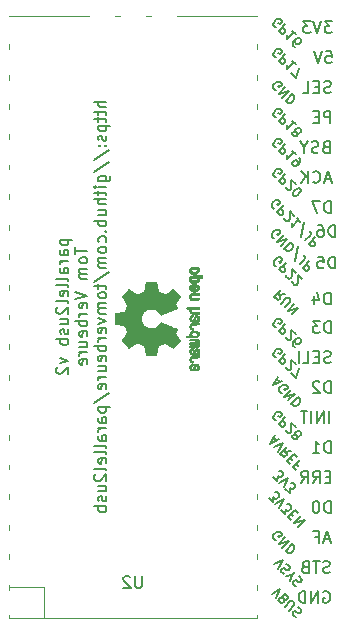
<source format=gbr>
%TF.GenerationSoftware,KiCad,Pcbnew,6.0.10-86aedd382b~118~ubuntu20.04.1*%
%TF.CreationDate,2023-01-18T21:44:42-08:00*%
%TF.ProjectId,parallel2usb,70617261-6c6c-4656-9c32-7573622e6b69,rev?*%
%TF.SameCoordinates,Original*%
%TF.FileFunction,Legend,Bot*%
%TF.FilePolarity,Positive*%
%FSLAX46Y46*%
G04 Gerber Fmt 4.6, Leading zero omitted, Abs format (unit mm)*
G04 Created by KiCad (PCBNEW 6.0.10-86aedd382b~118~ubuntu20.04.1) date 2023-01-18 21:44:42*
%MOMM*%
%LPD*%
G01*
G04 APERTURE LIST*
%ADD10C,0.150000*%
%ADD11C,0.010000*%
%ADD12C,0.120000*%
G04 APERTURE END LIST*
D10*
X192857333Y-87177571D02*
X192714476Y-87225190D01*
X192666857Y-87272809D01*
X192619238Y-87368047D01*
X192619238Y-87510904D01*
X192666857Y-87606142D01*
X192714476Y-87653761D01*
X192809714Y-87701380D01*
X193190666Y-87701380D01*
X193190666Y-86701380D01*
X192857333Y-86701380D01*
X192762095Y-86749000D01*
X192714476Y-86796619D01*
X192666857Y-86891857D01*
X192666857Y-86987095D01*
X192714476Y-87082333D01*
X192762095Y-87129952D01*
X192857333Y-87177571D01*
X193190666Y-87177571D01*
X192238285Y-87653761D02*
X192095428Y-87701380D01*
X191857333Y-87701380D01*
X191762095Y-87653761D01*
X191714476Y-87606142D01*
X191666857Y-87510904D01*
X191666857Y-87415666D01*
X191714476Y-87320428D01*
X191762095Y-87272809D01*
X191857333Y-87225190D01*
X192047809Y-87177571D01*
X192143047Y-87129952D01*
X192190666Y-87082333D01*
X192238285Y-86987095D01*
X192238285Y-86891857D01*
X192190666Y-86796619D01*
X192143047Y-86749000D01*
X192047809Y-86701380D01*
X191809714Y-86701380D01*
X191666857Y-86749000D01*
X191047809Y-87225190D02*
X191047809Y-87701380D01*
X191381142Y-86701380D02*
X191047809Y-87225190D01*
X190714476Y-86701380D01*
X193166857Y-110561380D02*
X193166857Y-109561380D01*
X192690666Y-110561380D02*
X192690666Y-109561380D01*
X192119238Y-110561380D01*
X192119238Y-109561380D01*
X191643047Y-110561380D02*
X191643047Y-109561380D01*
X191309714Y-109561380D02*
X190738285Y-109561380D01*
X191024000Y-110561380D02*
X191024000Y-109561380D01*
X193293857Y-82573761D02*
X193151000Y-82621380D01*
X192912904Y-82621380D01*
X192817666Y-82573761D01*
X192770047Y-82526142D01*
X192722428Y-82430904D01*
X192722428Y-82335666D01*
X192770047Y-82240428D01*
X192817666Y-82192809D01*
X192912904Y-82145190D01*
X193103380Y-82097571D01*
X193198619Y-82049952D01*
X193246238Y-82002333D01*
X193293857Y-81907095D01*
X193293857Y-81811857D01*
X193246238Y-81716619D01*
X193198619Y-81669000D01*
X193103380Y-81621380D01*
X192865285Y-81621380D01*
X192722428Y-81669000D01*
X192293857Y-82097571D02*
X191960523Y-82097571D01*
X191817666Y-82621380D02*
X192293857Y-82621380D01*
X192293857Y-81621380D01*
X191817666Y-81621380D01*
X190912904Y-82621380D02*
X191389095Y-82621380D01*
X191389095Y-81621380D01*
X193270095Y-108021380D02*
X193270095Y-107021380D01*
X193032000Y-107021380D01*
X192889142Y-107069000D01*
X192793904Y-107164238D01*
X192746285Y-107259476D01*
X192698666Y-107449952D01*
X192698666Y-107592809D01*
X192746285Y-107783285D01*
X192793904Y-107878523D01*
X192889142Y-107973761D01*
X193032000Y-108021380D01*
X193270095Y-108021380D01*
X192317714Y-107116619D02*
X192270095Y-107069000D01*
X192174857Y-107021380D01*
X191936761Y-107021380D01*
X191841523Y-107069000D01*
X191793904Y-107116619D01*
X191746285Y-107211857D01*
X191746285Y-107307095D01*
X191793904Y-107449952D01*
X192365333Y-108021380D01*
X191746285Y-108021380D01*
X193262095Y-89955666D02*
X192785904Y-89955666D01*
X193357333Y-90241380D02*
X193024000Y-89241380D01*
X192690666Y-90241380D01*
X191785904Y-90146142D02*
X191833523Y-90193761D01*
X191976380Y-90241380D01*
X192071619Y-90241380D01*
X192214476Y-90193761D01*
X192309714Y-90098523D01*
X192357333Y-90003285D01*
X192404952Y-89812809D01*
X192404952Y-89669952D01*
X192357333Y-89479476D01*
X192309714Y-89384238D01*
X192214476Y-89289000D01*
X192071619Y-89241380D01*
X191976380Y-89241380D01*
X191833523Y-89289000D01*
X191785904Y-89336619D01*
X191357333Y-90241380D02*
X191357333Y-89241380D01*
X190785904Y-90241380D02*
X191214476Y-89669952D01*
X190785904Y-89241380D02*
X191357333Y-89812809D01*
X193238285Y-115117571D02*
X192904952Y-115117571D01*
X192762095Y-115641380D02*
X193238285Y-115641380D01*
X193238285Y-114641380D01*
X192762095Y-114641380D01*
X191762095Y-115641380D02*
X192095428Y-115165190D01*
X192333523Y-115641380D02*
X192333523Y-114641380D01*
X191952571Y-114641380D01*
X191857333Y-114689000D01*
X191809714Y-114736619D01*
X191762095Y-114831857D01*
X191762095Y-114974714D01*
X191809714Y-115069952D01*
X191857333Y-115117571D01*
X191952571Y-115165190D01*
X192333523Y-115165190D01*
X190762095Y-115641380D02*
X191095428Y-115165190D01*
X191333523Y-115641380D02*
X191333523Y-114641380D01*
X190952571Y-114641380D01*
X190857333Y-114689000D01*
X190809714Y-114736619D01*
X190762095Y-114831857D01*
X190762095Y-114974714D01*
X190809714Y-115069952D01*
X190857333Y-115117571D01*
X190952571Y-115165190D01*
X191333523Y-115165190D01*
X193270095Y-113101380D02*
X193270095Y-112101380D01*
X193032000Y-112101380D01*
X192889142Y-112149000D01*
X192793904Y-112244238D01*
X192746285Y-112339476D01*
X192698666Y-112529952D01*
X192698666Y-112672809D01*
X192746285Y-112863285D01*
X192793904Y-112958523D01*
X192889142Y-113053761D01*
X193032000Y-113101380D01*
X193270095Y-113101380D01*
X191746285Y-113101380D02*
X192317714Y-113101380D01*
X192032000Y-113101380D02*
X192032000Y-112101380D01*
X192127238Y-112244238D01*
X192222476Y-112339476D01*
X192317714Y-112387095D01*
X193270095Y-100528380D02*
X193270095Y-99528380D01*
X193032000Y-99528380D01*
X192889142Y-99576000D01*
X192793904Y-99671238D01*
X192746285Y-99766476D01*
X192698666Y-99956952D01*
X192698666Y-100099809D01*
X192746285Y-100290285D01*
X192793904Y-100385523D01*
X192889142Y-100480761D01*
X193032000Y-100528380D01*
X193270095Y-100528380D01*
X191841523Y-99861714D02*
X191841523Y-100528380D01*
X192079619Y-99480761D02*
X192317714Y-100195047D01*
X191698666Y-100195047D01*
X193277952Y-105433761D02*
X193135095Y-105481380D01*
X192897000Y-105481380D01*
X192801761Y-105433761D01*
X192754142Y-105386142D01*
X192706523Y-105290904D01*
X192706523Y-105195666D01*
X192754142Y-105100428D01*
X192801761Y-105052809D01*
X192897000Y-105005190D01*
X193087476Y-104957571D01*
X193182714Y-104909952D01*
X193230333Y-104862333D01*
X193277952Y-104767095D01*
X193277952Y-104671857D01*
X193230333Y-104576619D01*
X193182714Y-104529000D01*
X193087476Y-104481380D01*
X192849380Y-104481380D01*
X192706523Y-104529000D01*
X192277952Y-104957571D02*
X191944619Y-104957571D01*
X191801761Y-105481380D02*
X192277952Y-105481380D01*
X192277952Y-104481380D01*
X191801761Y-104481380D01*
X190897000Y-105481380D02*
X191373190Y-105481380D01*
X191373190Y-104481380D01*
X190563666Y-105481380D02*
X190563666Y-104481380D01*
X193190666Y-123213761D02*
X193047809Y-123261380D01*
X192809714Y-123261380D01*
X192714476Y-123213761D01*
X192666857Y-123166142D01*
X192619238Y-123070904D01*
X192619238Y-122975666D01*
X192666857Y-122880428D01*
X192714476Y-122832809D01*
X192809714Y-122785190D01*
X193000190Y-122737571D01*
X193095428Y-122689952D01*
X193143047Y-122642333D01*
X193190666Y-122547095D01*
X193190666Y-122451857D01*
X193143047Y-122356619D01*
X193095428Y-122309000D01*
X193000190Y-122261380D01*
X192762095Y-122261380D01*
X192619238Y-122309000D01*
X192333523Y-122261380D02*
X191762095Y-122261380D01*
X192047809Y-123261380D02*
X192047809Y-122261380D01*
X191095428Y-122737571D02*
X190952571Y-122785190D01*
X190904952Y-122832809D01*
X190857333Y-122928047D01*
X190857333Y-123070904D01*
X190904952Y-123166142D01*
X190952571Y-123213761D01*
X191047809Y-123261380D01*
X191428761Y-123261380D01*
X191428761Y-122261380D01*
X191095428Y-122261380D01*
X191000190Y-122309000D01*
X190952571Y-122356619D01*
X190904952Y-122451857D01*
X190904952Y-122547095D01*
X190952571Y-122642333D01*
X191000190Y-122689952D01*
X191095428Y-122737571D01*
X191428761Y-122737571D01*
X193198666Y-120435666D02*
X192722476Y-120435666D01*
X193293904Y-120721380D02*
X192960571Y-119721380D01*
X192627238Y-120721380D01*
X191960571Y-120197571D02*
X192293904Y-120197571D01*
X192293904Y-120721380D02*
X192293904Y-119721380D01*
X191817714Y-119721380D01*
X193270095Y-92781380D02*
X193270095Y-91781380D01*
X193032000Y-91781380D01*
X192889142Y-91829000D01*
X192793904Y-91924238D01*
X192746285Y-92019476D01*
X192698666Y-92209952D01*
X192698666Y-92352809D01*
X192746285Y-92543285D01*
X192793904Y-92638523D01*
X192889142Y-92733761D01*
X193032000Y-92781380D01*
X193270095Y-92781380D01*
X192365333Y-91781380D02*
X191698666Y-91781380D01*
X192127238Y-92781380D01*
X193389095Y-76541380D02*
X192770047Y-76541380D01*
X193103380Y-76922333D01*
X192960523Y-76922333D01*
X192865285Y-76969952D01*
X192817666Y-77017571D01*
X192770047Y-77112809D01*
X192770047Y-77350904D01*
X192817666Y-77446142D01*
X192865285Y-77493761D01*
X192960523Y-77541380D01*
X193246238Y-77541380D01*
X193341476Y-77493761D01*
X193389095Y-77446142D01*
X192484333Y-76541380D02*
X192151000Y-77541380D01*
X191817666Y-76541380D01*
X191579571Y-76541380D02*
X190960523Y-76541380D01*
X191293857Y-76922333D01*
X191151000Y-76922333D01*
X191055761Y-76969952D01*
X191008142Y-77017571D01*
X190960523Y-77112809D01*
X190960523Y-77350904D01*
X191008142Y-77446142D01*
X191055761Y-77493761D01*
X191151000Y-77541380D01*
X191436714Y-77541380D01*
X191531952Y-77493761D01*
X191579571Y-77446142D01*
X192849476Y-79081380D02*
X193325666Y-79081380D01*
X193373285Y-79557571D01*
X193325666Y-79509952D01*
X193230428Y-79462333D01*
X192992333Y-79462333D01*
X192897095Y-79509952D01*
X192849476Y-79557571D01*
X192801857Y-79652809D01*
X192801857Y-79890904D01*
X192849476Y-79986142D01*
X192897095Y-80033761D01*
X192992333Y-80081380D01*
X193230428Y-80081380D01*
X193325666Y-80033761D01*
X193373285Y-79986142D01*
X192516142Y-79081380D02*
X192182809Y-80081380D01*
X191849476Y-79081380D01*
X193651095Y-97480380D02*
X193651095Y-96480380D01*
X193413000Y-96480380D01*
X193270142Y-96528000D01*
X193174904Y-96623238D01*
X193127285Y-96718476D01*
X193079666Y-96908952D01*
X193079666Y-97051809D01*
X193127285Y-97242285D01*
X193174904Y-97337523D01*
X193270142Y-97432761D01*
X193413000Y-97480380D01*
X193651095Y-97480380D01*
X192174904Y-96480380D02*
X192651095Y-96480380D01*
X192698714Y-96956571D01*
X192651095Y-96908952D01*
X192555857Y-96861333D01*
X192317761Y-96861333D01*
X192222523Y-96908952D01*
X192174904Y-96956571D01*
X192127285Y-97051809D01*
X192127285Y-97289904D01*
X192174904Y-97385142D01*
X192222523Y-97432761D01*
X192317761Y-97480380D01*
X192555857Y-97480380D01*
X192651095Y-97432761D01*
X192698714Y-97385142D01*
X170387714Y-95044333D02*
X171387714Y-95044333D01*
X170435333Y-95044333D02*
X170387714Y-95139571D01*
X170387714Y-95330047D01*
X170435333Y-95425285D01*
X170482952Y-95472904D01*
X170578190Y-95520523D01*
X170863904Y-95520523D01*
X170959142Y-95472904D01*
X171006761Y-95425285D01*
X171054380Y-95330047D01*
X171054380Y-95139571D01*
X171006761Y-95044333D01*
X171054380Y-96377666D02*
X170530571Y-96377666D01*
X170435333Y-96330047D01*
X170387714Y-96234809D01*
X170387714Y-96044333D01*
X170435333Y-95949095D01*
X171006761Y-96377666D02*
X171054380Y-96282428D01*
X171054380Y-96044333D01*
X171006761Y-95949095D01*
X170911523Y-95901476D01*
X170816285Y-95901476D01*
X170721047Y-95949095D01*
X170673428Y-96044333D01*
X170673428Y-96282428D01*
X170625809Y-96377666D01*
X171054380Y-96853857D02*
X170387714Y-96853857D01*
X170578190Y-96853857D02*
X170482952Y-96901476D01*
X170435333Y-96949095D01*
X170387714Y-97044333D01*
X170387714Y-97139571D01*
X171054380Y-97901476D02*
X170530571Y-97901476D01*
X170435333Y-97853857D01*
X170387714Y-97758619D01*
X170387714Y-97568142D01*
X170435333Y-97472904D01*
X171006761Y-97901476D02*
X171054380Y-97806238D01*
X171054380Y-97568142D01*
X171006761Y-97472904D01*
X170911523Y-97425285D01*
X170816285Y-97425285D01*
X170721047Y-97472904D01*
X170673428Y-97568142D01*
X170673428Y-97806238D01*
X170625809Y-97901476D01*
X171054380Y-98520523D02*
X171006761Y-98425285D01*
X170911523Y-98377666D01*
X170054380Y-98377666D01*
X171054380Y-99044333D02*
X171006761Y-98949095D01*
X170911523Y-98901476D01*
X170054380Y-98901476D01*
X171006761Y-99806238D02*
X171054380Y-99711000D01*
X171054380Y-99520523D01*
X171006761Y-99425285D01*
X170911523Y-99377666D01*
X170530571Y-99377666D01*
X170435333Y-99425285D01*
X170387714Y-99520523D01*
X170387714Y-99711000D01*
X170435333Y-99806238D01*
X170530571Y-99853857D01*
X170625809Y-99853857D01*
X170721047Y-99377666D01*
X171054380Y-100425285D02*
X171006761Y-100330047D01*
X170911523Y-100282428D01*
X170054380Y-100282428D01*
X170149619Y-100758619D02*
X170102000Y-100806238D01*
X170054380Y-100901476D01*
X170054380Y-101139571D01*
X170102000Y-101234809D01*
X170149619Y-101282428D01*
X170244857Y-101330047D01*
X170340095Y-101330047D01*
X170482952Y-101282428D01*
X171054380Y-100711000D01*
X171054380Y-101330047D01*
X170387714Y-102187190D02*
X171054380Y-102187190D01*
X170387714Y-101758619D02*
X170911523Y-101758619D01*
X171006761Y-101806238D01*
X171054380Y-101901476D01*
X171054380Y-102044333D01*
X171006761Y-102139571D01*
X170959142Y-102187190D01*
X171006761Y-102615761D02*
X171054380Y-102711000D01*
X171054380Y-102901476D01*
X171006761Y-102996714D01*
X170911523Y-103044333D01*
X170863904Y-103044333D01*
X170768666Y-102996714D01*
X170721047Y-102901476D01*
X170721047Y-102758619D01*
X170673428Y-102663380D01*
X170578190Y-102615761D01*
X170530571Y-102615761D01*
X170435333Y-102663380D01*
X170387714Y-102758619D01*
X170387714Y-102901476D01*
X170435333Y-102996714D01*
X171054380Y-103472904D02*
X170054380Y-103472904D01*
X170435333Y-103472904D02*
X170387714Y-103568142D01*
X170387714Y-103758619D01*
X170435333Y-103853857D01*
X170482952Y-103901476D01*
X170578190Y-103949095D01*
X170863904Y-103949095D01*
X170959142Y-103901476D01*
X171006761Y-103853857D01*
X171054380Y-103758619D01*
X171054380Y-103568142D01*
X171006761Y-103472904D01*
X170387714Y-105044333D02*
X171054380Y-105282428D01*
X170387714Y-105520523D01*
X170149619Y-105853857D02*
X170102000Y-105901476D01*
X170054380Y-105996714D01*
X170054380Y-106234809D01*
X170102000Y-106330047D01*
X170149619Y-106377666D01*
X170244857Y-106425285D01*
X170340095Y-106425285D01*
X170482952Y-106377666D01*
X171054380Y-105806238D01*
X171054380Y-106425285D01*
X171664380Y-95687190D02*
X171664380Y-96258619D01*
X172664380Y-95972904D02*
X171664380Y-95972904D01*
X172664380Y-96734809D02*
X172616761Y-96639571D01*
X172569142Y-96591952D01*
X172473904Y-96544333D01*
X172188190Y-96544333D01*
X172092952Y-96591952D01*
X172045333Y-96639571D01*
X171997714Y-96734809D01*
X171997714Y-96877666D01*
X172045333Y-96972904D01*
X172092952Y-97020523D01*
X172188190Y-97068142D01*
X172473904Y-97068142D01*
X172569142Y-97020523D01*
X172616761Y-96972904D01*
X172664380Y-96877666D01*
X172664380Y-96734809D01*
X172664380Y-97496714D02*
X171997714Y-97496714D01*
X172092952Y-97496714D02*
X172045333Y-97544333D01*
X171997714Y-97639571D01*
X171997714Y-97782428D01*
X172045333Y-97877666D01*
X172140571Y-97925285D01*
X172664380Y-97925285D01*
X172140571Y-97925285D02*
X172045333Y-97972904D01*
X171997714Y-98068142D01*
X171997714Y-98211000D01*
X172045333Y-98306238D01*
X172140571Y-98353857D01*
X172664380Y-98353857D01*
X171664380Y-99449095D02*
X172664380Y-99782428D01*
X171664380Y-100115761D01*
X172616761Y-100830047D02*
X172664380Y-100734809D01*
X172664380Y-100544333D01*
X172616761Y-100449095D01*
X172521523Y-100401476D01*
X172140571Y-100401476D01*
X172045333Y-100449095D01*
X171997714Y-100544333D01*
X171997714Y-100734809D01*
X172045333Y-100830047D01*
X172140571Y-100877666D01*
X172235809Y-100877666D01*
X172331047Y-100401476D01*
X172664380Y-101306238D02*
X171997714Y-101306238D01*
X172188190Y-101306238D02*
X172092952Y-101353857D01*
X172045333Y-101401476D01*
X171997714Y-101496714D01*
X171997714Y-101591952D01*
X172664380Y-101925285D02*
X171664380Y-101925285D01*
X172045333Y-101925285D02*
X171997714Y-102020523D01*
X171997714Y-102211000D01*
X172045333Y-102306238D01*
X172092952Y-102353857D01*
X172188190Y-102401476D01*
X172473904Y-102401476D01*
X172569142Y-102353857D01*
X172616761Y-102306238D01*
X172664380Y-102211000D01*
X172664380Y-102020523D01*
X172616761Y-101925285D01*
X172616761Y-103211000D02*
X172664380Y-103115761D01*
X172664380Y-102925285D01*
X172616761Y-102830047D01*
X172521523Y-102782428D01*
X172140571Y-102782428D01*
X172045333Y-102830047D01*
X171997714Y-102925285D01*
X171997714Y-103115761D01*
X172045333Y-103211000D01*
X172140571Y-103258619D01*
X172235809Y-103258619D01*
X172331047Y-102782428D01*
X171997714Y-104115761D02*
X172664380Y-104115761D01*
X171997714Y-103687190D02*
X172521523Y-103687190D01*
X172616761Y-103734809D01*
X172664380Y-103830047D01*
X172664380Y-103972904D01*
X172616761Y-104068142D01*
X172569142Y-104115761D01*
X172664380Y-104591952D02*
X171997714Y-104591952D01*
X172188190Y-104591952D02*
X172092952Y-104639571D01*
X172045333Y-104687190D01*
X171997714Y-104782428D01*
X171997714Y-104877666D01*
X172616761Y-105591952D02*
X172664380Y-105496714D01*
X172664380Y-105306238D01*
X172616761Y-105211000D01*
X172521523Y-105163380D01*
X172140571Y-105163380D01*
X172045333Y-105211000D01*
X171997714Y-105306238D01*
X171997714Y-105496714D01*
X172045333Y-105591952D01*
X172140571Y-105639571D01*
X172235809Y-105639571D01*
X172331047Y-105163380D01*
X174274380Y-83353857D02*
X173274380Y-83353857D01*
X174274380Y-83782428D02*
X173750571Y-83782428D01*
X173655333Y-83734809D01*
X173607714Y-83639571D01*
X173607714Y-83496714D01*
X173655333Y-83401476D01*
X173702952Y-83353857D01*
X173607714Y-84115761D02*
X173607714Y-84496714D01*
X173274380Y-84258619D02*
X174131523Y-84258619D01*
X174226761Y-84306238D01*
X174274380Y-84401476D01*
X174274380Y-84496714D01*
X173607714Y-84687190D02*
X173607714Y-85068142D01*
X173274380Y-84830047D02*
X174131523Y-84830047D01*
X174226761Y-84877666D01*
X174274380Y-84972904D01*
X174274380Y-85068142D01*
X173607714Y-85401476D02*
X174607714Y-85401476D01*
X173655333Y-85401476D02*
X173607714Y-85496714D01*
X173607714Y-85687190D01*
X173655333Y-85782428D01*
X173702952Y-85830047D01*
X173798190Y-85877666D01*
X174083904Y-85877666D01*
X174179142Y-85830047D01*
X174226761Y-85782428D01*
X174274380Y-85687190D01*
X174274380Y-85496714D01*
X174226761Y-85401476D01*
X174226761Y-86258619D02*
X174274380Y-86353857D01*
X174274380Y-86544333D01*
X174226761Y-86639571D01*
X174131523Y-86687190D01*
X174083904Y-86687190D01*
X173988666Y-86639571D01*
X173941047Y-86544333D01*
X173941047Y-86401476D01*
X173893428Y-86306238D01*
X173798190Y-86258619D01*
X173750571Y-86258619D01*
X173655333Y-86306238D01*
X173607714Y-86401476D01*
X173607714Y-86544333D01*
X173655333Y-86639571D01*
X174179142Y-87115761D02*
X174226761Y-87163380D01*
X174274380Y-87115761D01*
X174226761Y-87068142D01*
X174179142Y-87115761D01*
X174274380Y-87115761D01*
X173655333Y-87115761D02*
X173702952Y-87163380D01*
X173750571Y-87115761D01*
X173702952Y-87068142D01*
X173655333Y-87115761D01*
X173750571Y-87115761D01*
X173226761Y-88306238D02*
X174512476Y-87449095D01*
X173226761Y-89353857D02*
X174512476Y-88496714D01*
X173607714Y-90115761D02*
X174417238Y-90115761D01*
X174512476Y-90068142D01*
X174560095Y-90020523D01*
X174607714Y-89925285D01*
X174607714Y-89782428D01*
X174560095Y-89687190D01*
X174226761Y-90115761D02*
X174274380Y-90020523D01*
X174274380Y-89830047D01*
X174226761Y-89734809D01*
X174179142Y-89687190D01*
X174083904Y-89639571D01*
X173798190Y-89639571D01*
X173702952Y-89687190D01*
X173655333Y-89734809D01*
X173607714Y-89830047D01*
X173607714Y-90020523D01*
X173655333Y-90115761D01*
X174274380Y-90591952D02*
X173607714Y-90591952D01*
X173274380Y-90591952D02*
X173322000Y-90544333D01*
X173369619Y-90591952D01*
X173322000Y-90639571D01*
X173274380Y-90591952D01*
X173369619Y-90591952D01*
X173607714Y-90925285D02*
X173607714Y-91306238D01*
X173274380Y-91068142D02*
X174131523Y-91068142D01*
X174226761Y-91115761D01*
X174274380Y-91211000D01*
X174274380Y-91306238D01*
X174274380Y-91639571D02*
X173274380Y-91639571D01*
X174274380Y-92068142D02*
X173750571Y-92068142D01*
X173655333Y-92020523D01*
X173607714Y-91925285D01*
X173607714Y-91782428D01*
X173655333Y-91687190D01*
X173702952Y-91639571D01*
X173607714Y-92972904D02*
X174274380Y-92972904D01*
X173607714Y-92544333D02*
X174131523Y-92544333D01*
X174226761Y-92591952D01*
X174274380Y-92687190D01*
X174274380Y-92830047D01*
X174226761Y-92925285D01*
X174179142Y-92972904D01*
X174274380Y-93449095D02*
X173274380Y-93449095D01*
X173655333Y-93449095D02*
X173607714Y-93544333D01*
X173607714Y-93734809D01*
X173655333Y-93830047D01*
X173702952Y-93877666D01*
X173798190Y-93925285D01*
X174083904Y-93925285D01*
X174179142Y-93877666D01*
X174226761Y-93830047D01*
X174274380Y-93734809D01*
X174274380Y-93544333D01*
X174226761Y-93449095D01*
X174179142Y-94353857D02*
X174226761Y-94401476D01*
X174274380Y-94353857D01*
X174226761Y-94306238D01*
X174179142Y-94353857D01*
X174274380Y-94353857D01*
X174226761Y-95258619D02*
X174274380Y-95163380D01*
X174274380Y-94972904D01*
X174226761Y-94877666D01*
X174179142Y-94830047D01*
X174083904Y-94782428D01*
X173798190Y-94782428D01*
X173702952Y-94830047D01*
X173655333Y-94877666D01*
X173607714Y-94972904D01*
X173607714Y-95163380D01*
X173655333Y-95258619D01*
X174274380Y-95830047D02*
X174226761Y-95734809D01*
X174179142Y-95687190D01*
X174083904Y-95639571D01*
X173798190Y-95639571D01*
X173702952Y-95687190D01*
X173655333Y-95734809D01*
X173607714Y-95830047D01*
X173607714Y-95972904D01*
X173655333Y-96068142D01*
X173702952Y-96115761D01*
X173798190Y-96163380D01*
X174083904Y-96163380D01*
X174179142Y-96115761D01*
X174226761Y-96068142D01*
X174274380Y-95972904D01*
X174274380Y-95830047D01*
X174274380Y-96591952D02*
X173607714Y-96591952D01*
X173702952Y-96591952D02*
X173655333Y-96639571D01*
X173607714Y-96734809D01*
X173607714Y-96877666D01*
X173655333Y-96972904D01*
X173750571Y-97020523D01*
X174274380Y-97020523D01*
X173750571Y-97020523D02*
X173655333Y-97068142D01*
X173607714Y-97163380D01*
X173607714Y-97306238D01*
X173655333Y-97401476D01*
X173750571Y-97449095D01*
X174274380Y-97449095D01*
X173226761Y-98639571D02*
X174512476Y-97782428D01*
X173607714Y-98830047D02*
X173607714Y-99211000D01*
X173274380Y-98972904D02*
X174131523Y-98972904D01*
X174226761Y-99020523D01*
X174274380Y-99115761D01*
X174274380Y-99211000D01*
X174274380Y-99687190D02*
X174226761Y-99591952D01*
X174179142Y-99544333D01*
X174083904Y-99496714D01*
X173798190Y-99496714D01*
X173702952Y-99544333D01*
X173655333Y-99591952D01*
X173607714Y-99687190D01*
X173607714Y-99830047D01*
X173655333Y-99925285D01*
X173702952Y-99972904D01*
X173798190Y-100020523D01*
X174083904Y-100020523D01*
X174179142Y-99972904D01*
X174226761Y-99925285D01*
X174274380Y-99830047D01*
X174274380Y-99687190D01*
X174274380Y-100449095D02*
X173607714Y-100449095D01*
X173702952Y-100449095D02*
X173655333Y-100496714D01*
X173607714Y-100591952D01*
X173607714Y-100734809D01*
X173655333Y-100830047D01*
X173750571Y-100877666D01*
X174274380Y-100877666D01*
X173750571Y-100877666D02*
X173655333Y-100925285D01*
X173607714Y-101020523D01*
X173607714Y-101163380D01*
X173655333Y-101258619D01*
X173750571Y-101306238D01*
X174274380Y-101306238D01*
X173607714Y-101687190D02*
X174274380Y-101925285D01*
X173607714Y-102163380D01*
X174226761Y-102925285D02*
X174274380Y-102830047D01*
X174274380Y-102639571D01*
X174226761Y-102544333D01*
X174131523Y-102496714D01*
X173750571Y-102496714D01*
X173655333Y-102544333D01*
X173607714Y-102639571D01*
X173607714Y-102830047D01*
X173655333Y-102925285D01*
X173750571Y-102972904D01*
X173845809Y-102972904D01*
X173941047Y-102496714D01*
X174274380Y-103401476D02*
X173607714Y-103401476D01*
X173798190Y-103401476D02*
X173702952Y-103449095D01*
X173655333Y-103496714D01*
X173607714Y-103591952D01*
X173607714Y-103687190D01*
X174274380Y-104020523D02*
X173274380Y-104020523D01*
X173655333Y-104020523D02*
X173607714Y-104115761D01*
X173607714Y-104306238D01*
X173655333Y-104401476D01*
X173702952Y-104449095D01*
X173798190Y-104496714D01*
X174083904Y-104496714D01*
X174179142Y-104449095D01*
X174226761Y-104401476D01*
X174274380Y-104306238D01*
X174274380Y-104115761D01*
X174226761Y-104020523D01*
X174226761Y-105306238D02*
X174274380Y-105211000D01*
X174274380Y-105020523D01*
X174226761Y-104925285D01*
X174131523Y-104877666D01*
X173750571Y-104877666D01*
X173655333Y-104925285D01*
X173607714Y-105020523D01*
X173607714Y-105211000D01*
X173655333Y-105306238D01*
X173750571Y-105353857D01*
X173845809Y-105353857D01*
X173941047Y-104877666D01*
X173607714Y-106210999D02*
X174274380Y-106210999D01*
X173607714Y-105782428D02*
X174131523Y-105782428D01*
X174226761Y-105830047D01*
X174274380Y-105925285D01*
X174274380Y-106068142D01*
X174226761Y-106163380D01*
X174179142Y-106210999D01*
X174274380Y-106687190D02*
X173607714Y-106687190D01*
X173798190Y-106687190D02*
X173702952Y-106734809D01*
X173655333Y-106782428D01*
X173607714Y-106877666D01*
X173607714Y-106972904D01*
X174226761Y-107687190D02*
X174274380Y-107591952D01*
X174274380Y-107401476D01*
X174226761Y-107306238D01*
X174131523Y-107258619D01*
X173750571Y-107258619D01*
X173655333Y-107306238D01*
X173607714Y-107401476D01*
X173607714Y-107591952D01*
X173655333Y-107687190D01*
X173750571Y-107734809D01*
X173845809Y-107734809D01*
X173941047Y-107258619D01*
X173226761Y-108877666D02*
X174512476Y-108020523D01*
X173607714Y-109210999D02*
X174607714Y-109210999D01*
X173655333Y-109210999D02*
X173607714Y-109306238D01*
X173607714Y-109496714D01*
X173655333Y-109591952D01*
X173702952Y-109639571D01*
X173798190Y-109687190D01*
X174083904Y-109687190D01*
X174179142Y-109639571D01*
X174226761Y-109591952D01*
X174274380Y-109496714D01*
X174274380Y-109306238D01*
X174226761Y-109210999D01*
X174274380Y-110544333D02*
X173750571Y-110544333D01*
X173655333Y-110496714D01*
X173607714Y-110401476D01*
X173607714Y-110210999D01*
X173655333Y-110115761D01*
X174226761Y-110544333D02*
X174274380Y-110449095D01*
X174274380Y-110210999D01*
X174226761Y-110115761D01*
X174131523Y-110068142D01*
X174036285Y-110068142D01*
X173941047Y-110115761D01*
X173893428Y-110210999D01*
X173893428Y-110449095D01*
X173845809Y-110544333D01*
X174274380Y-111020523D02*
X173607714Y-111020523D01*
X173798190Y-111020523D02*
X173702952Y-111068142D01*
X173655333Y-111115761D01*
X173607714Y-111210999D01*
X173607714Y-111306238D01*
X174274380Y-112068142D02*
X173750571Y-112068142D01*
X173655333Y-112020523D01*
X173607714Y-111925285D01*
X173607714Y-111734809D01*
X173655333Y-111639571D01*
X174226761Y-112068142D02*
X174274380Y-111972904D01*
X174274380Y-111734809D01*
X174226761Y-111639571D01*
X174131523Y-111591952D01*
X174036285Y-111591952D01*
X173941047Y-111639571D01*
X173893428Y-111734809D01*
X173893428Y-111972904D01*
X173845809Y-112068142D01*
X174274380Y-112687190D02*
X174226761Y-112591952D01*
X174131523Y-112544333D01*
X173274380Y-112544333D01*
X174274380Y-113210999D02*
X174226761Y-113115761D01*
X174131523Y-113068142D01*
X173274380Y-113068142D01*
X174226761Y-113972904D02*
X174274380Y-113877666D01*
X174274380Y-113687190D01*
X174226761Y-113591952D01*
X174131523Y-113544333D01*
X173750571Y-113544333D01*
X173655333Y-113591952D01*
X173607714Y-113687190D01*
X173607714Y-113877666D01*
X173655333Y-113972904D01*
X173750571Y-114020523D01*
X173845809Y-114020523D01*
X173941047Y-113544333D01*
X174274380Y-114591952D02*
X174226761Y-114496714D01*
X174131523Y-114449095D01*
X173274380Y-114449095D01*
X173369619Y-114925285D02*
X173322000Y-114972904D01*
X173274380Y-115068142D01*
X173274380Y-115306238D01*
X173322000Y-115401476D01*
X173369619Y-115449095D01*
X173464857Y-115496714D01*
X173560095Y-115496714D01*
X173702952Y-115449095D01*
X174274380Y-114877666D01*
X174274380Y-115496714D01*
X173607714Y-116353857D02*
X174274380Y-116353857D01*
X173607714Y-115925285D02*
X174131523Y-115925285D01*
X174226761Y-115972904D01*
X174274380Y-116068142D01*
X174274380Y-116210999D01*
X174226761Y-116306238D01*
X174179142Y-116353857D01*
X174226761Y-116782428D02*
X174274380Y-116877666D01*
X174274380Y-117068142D01*
X174226761Y-117163380D01*
X174131523Y-117210999D01*
X174083904Y-117210999D01*
X173988666Y-117163380D01*
X173941047Y-117068142D01*
X173941047Y-116925285D01*
X173893428Y-116830047D01*
X173798190Y-116782428D01*
X173750571Y-116782428D01*
X173655333Y-116830047D01*
X173607714Y-116925285D01*
X173607714Y-117068142D01*
X173655333Y-117163380D01*
X174274380Y-117639571D02*
X173274380Y-117639571D01*
X173655333Y-117639571D02*
X173607714Y-117734809D01*
X173607714Y-117925285D01*
X173655333Y-118020523D01*
X173702952Y-118068142D01*
X173798190Y-118115761D01*
X174083904Y-118115761D01*
X174179142Y-118068142D01*
X174226761Y-118020523D01*
X174274380Y-117925285D01*
X174274380Y-117734809D01*
X174226761Y-117639571D01*
X193246285Y-85161380D02*
X193246285Y-84161380D01*
X192865333Y-84161380D01*
X192770095Y-84209000D01*
X192722476Y-84256619D01*
X192674857Y-84351857D01*
X192674857Y-84494714D01*
X192722476Y-84589952D01*
X192770095Y-84637571D01*
X192865333Y-84685190D01*
X193246285Y-84685190D01*
X192246285Y-84637571D02*
X191912952Y-84637571D01*
X191770095Y-85161380D02*
X192246285Y-85161380D01*
X192246285Y-84161380D01*
X191770095Y-84161380D01*
X193270095Y-118181380D02*
X193270095Y-117181380D01*
X193032000Y-117181380D01*
X192889142Y-117229000D01*
X192793904Y-117324238D01*
X192746285Y-117419476D01*
X192698666Y-117609952D01*
X192698666Y-117752809D01*
X192746285Y-117943285D01*
X192793904Y-118038523D01*
X192889142Y-118133761D01*
X193032000Y-118181380D01*
X193270095Y-118181380D01*
X192079619Y-117181380D02*
X191984380Y-117181380D01*
X191889142Y-117229000D01*
X191841523Y-117276619D01*
X191793904Y-117371857D01*
X191746285Y-117562333D01*
X191746285Y-117800428D01*
X191793904Y-117990904D01*
X191841523Y-118086142D01*
X191889142Y-118133761D01*
X191984380Y-118181380D01*
X192079619Y-118181380D01*
X192174857Y-118133761D01*
X192222476Y-118086142D01*
X192270095Y-117990904D01*
X192317714Y-117800428D01*
X192317714Y-117562333D01*
X192270095Y-117371857D01*
X192222476Y-117276619D01*
X192174857Y-117229000D01*
X192079619Y-117181380D01*
X193270095Y-102941380D02*
X193270095Y-101941380D01*
X193032000Y-101941380D01*
X192889142Y-101989000D01*
X192793904Y-102084238D01*
X192746285Y-102179476D01*
X192698666Y-102369952D01*
X192698666Y-102512809D01*
X192746285Y-102703285D01*
X192793904Y-102798523D01*
X192889142Y-102893761D01*
X193032000Y-102941380D01*
X193270095Y-102941380D01*
X192365333Y-101941380D02*
X191746285Y-101941380D01*
X192079619Y-102322333D01*
X191936761Y-102322333D01*
X191841523Y-102369952D01*
X191793904Y-102417571D01*
X191746285Y-102512809D01*
X191746285Y-102750904D01*
X191793904Y-102846142D01*
X191841523Y-102893761D01*
X191936761Y-102941380D01*
X192222476Y-102941380D01*
X192317714Y-102893761D01*
X192365333Y-102846142D01*
X193651095Y-94813380D02*
X193651095Y-93813380D01*
X193413000Y-93813380D01*
X193270142Y-93861000D01*
X193174904Y-93956238D01*
X193127285Y-94051476D01*
X193079666Y-94241952D01*
X193079666Y-94384809D01*
X193127285Y-94575285D01*
X193174904Y-94670523D01*
X193270142Y-94765761D01*
X193413000Y-94813380D01*
X193651095Y-94813380D01*
X192222523Y-93813380D02*
X192413000Y-93813380D01*
X192508238Y-93861000D01*
X192555857Y-93908619D01*
X192651095Y-94051476D01*
X192698714Y-94241952D01*
X192698714Y-94622904D01*
X192651095Y-94718142D01*
X192603476Y-94765761D01*
X192508238Y-94813380D01*
X192317761Y-94813380D01*
X192222523Y-94765761D01*
X192174904Y-94718142D01*
X192127285Y-94622904D01*
X192127285Y-94384809D01*
X192174904Y-94289571D01*
X192222523Y-94241952D01*
X192317761Y-94194333D01*
X192508238Y-94194333D01*
X192603476Y-94241952D01*
X192651095Y-94289571D01*
X192698714Y-94384809D01*
X192658904Y-124849000D02*
X192754142Y-124801380D01*
X192897000Y-124801380D01*
X193039857Y-124849000D01*
X193135095Y-124944238D01*
X193182714Y-125039476D01*
X193230333Y-125229952D01*
X193230333Y-125372809D01*
X193182714Y-125563285D01*
X193135095Y-125658523D01*
X193039857Y-125753761D01*
X192897000Y-125801380D01*
X192801761Y-125801380D01*
X192658904Y-125753761D01*
X192611285Y-125706142D01*
X192611285Y-125372809D01*
X192801761Y-125372809D01*
X192182714Y-125801380D02*
X192182714Y-124801380D01*
X191611285Y-125801380D01*
X191611285Y-124801380D01*
X191135095Y-125801380D02*
X191135095Y-124801380D01*
X190897000Y-124801380D01*
X190754142Y-124849000D01*
X190658904Y-124944238D01*
X190611285Y-125039476D01*
X190563666Y-125229952D01*
X190563666Y-125372809D01*
X190611285Y-125563285D01*
X190658904Y-125658523D01*
X190754142Y-125753761D01*
X190897000Y-125801380D01*
X191135095Y-125801380D01*
%TO.C,U2*%
X177291904Y-123531380D02*
X177291904Y-124340904D01*
X177244285Y-124436142D01*
X177196666Y-124483761D01*
X177101428Y-124531380D01*
X176910952Y-124531380D01*
X176815714Y-124483761D01*
X176768095Y-124436142D01*
X176720476Y-124340904D01*
X176720476Y-123531380D01*
X176291904Y-123626619D02*
X176244285Y-123579000D01*
X176149047Y-123531380D01*
X175910952Y-123531380D01*
X175815714Y-123579000D01*
X175768095Y-123626619D01*
X175720476Y-123721857D01*
X175720476Y-123817095D01*
X175768095Y-123959952D01*
X176339523Y-124531380D01*
X175720476Y-124531380D01*
X188627722Y-79619407D02*
X188546910Y-79592470D01*
X188466097Y-79511658D01*
X188412223Y-79403908D01*
X188412223Y-79296158D01*
X188439160Y-79215346D01*
X188519972Y-79080659D01*
X188600784Y-78999847D01*
X188735471Y-78919035D01*
X188816284Y-78892097D01*
X188924033Y-78892097D01*
X189031783Y-78945972D01*
X189085658Y-78999847D01*
X189139532Y-79107597D01*
X189139532Y-79161471D01*
X188950971Y-79350033D01*
X188843221Y-79242284D01*
X189435844Y-79350033D02*
X188870158Y-79915719D01*
X189085658Y-80131218D01*
X189166470Y-80158155D01*
X189220345Y-80158155D01*
X189301157Y-80131218D01*
X189381969Y-80050406D01*
X189408906Y-79969593D01*
X189408906Y-79915719D01*
X189381969Y-79834906D01*
X189166470Y-79619407D01*
X190297841Y-80212030D02*
X189974592Y-79888781D01*
X190136216Y-80050406D02*
X189570531Y-80616091D01*
X189597468Y-80481404D01*
X189597468Y-80373654D01*
X189570531Y-80292842D01*
X189920717Y-80966277D02*
X190297841Y-81343401D01*
X190621089Y-80535279D01*
X188419847Y-115109407D02*
X188770033Y-115459593D01*
X188796971Y-115055532D01*
X188877783Y-115136345D01*
X188958595Y-115163282D01*
X189012470Y-115163282D01*
X189093282Y-115136345D01*
X189227969Y-115001658D01*
X189254906Y-114920845D01*
X189254906Y-114866971D01*
X189227969Y-114786158D01*
X189066345Y-114624534D01*
X188985532Y-114597597D01*
X188931658Y-114597597D01*
X188931658Y-115621218D02*
X189685905Y-115244094D01*
X189308781Y-115998341D01*
X189443468Y-116133028D02*
X189793654Y-116483215D01*
X189820592Y-116079154D01*
X189901404Y-116159966D01*
X189982216Y-116186903D01*
X190036091Y-116186903D01*
X190116903Y-116159966D01*
X190251590Y-116025279D01*
X190278528Y-115944467D01*
X190278528Y-115890592D01*
X190251590Y-115809780D01*
X190089966Y-115648155D01*
X190009154Y-115621218D01*
X189955279Y-115621218D01*
X188627722Y-89779407D02*
X188546910Y-89752470D01*
X188466097Y-89671658D01*
X188412223Y-89563908D01*
X188412223Y-89456158D01*
X188439160Y-89375346D01*
X188519972Y-89240659D01*
X188600784Y-89159847D01*
X188735471Y-89079035D01*
X188816284Y-89052097D01*
X188924033Y-89052097D01*
X189031783Y-89105972D01*
X189085658Y-89159847D01*
X189139532Y-89267597D01*
X189139532Y-89321471D01*
X188950971Y-89510033D01*
X188843221Y-89402284D01*
X189435844Y-89510033D02*
X188870158Y-90075719D01*
X189085658Y-90291218D01*
X189166470Y-90318155D01*
X189220345Y-90318155D01*
X189301157Y-90291218D01*
X189381969Y-90210406D01*
X189408906Y-90129593D01*
X189408906Y-90075719D01*
X189381969Y-89994906D01*
X189166470Y-89779407D01*
X189462781Y-90560592D02*
X189462781Y-90614467D01*
X189489719Y-90695279D01*
X189624406Y-90829966D01*
X189705218Y-90856903D01*
X189759093Y-90856903D01*
X189839905Y-90829966D01*
X189893780Y-90776091D01*
X189947654Y-90668341D01*
X189947654Y-90021844D01*
X190297841Y-90372030D01*
X190082341Y-91287902D02*
X190136216Y-91341776D01*
X190217028Y-91368714D01*
X190270903Y-91368714D01*
X190351715Y-91341776D01*
X190486402Y-91260964D01*
X190621089Y-91126277D01*
X190701902Y-90991590D01*
X190728839Y-90910778D01*
X190728839Y-90856903D01*
X190701902Y-90776091D01*
X190648027Y-90722216D01*
X190567215Y-90695279D01*
X190513340Y-90695279D01*
X190432528Y-90722216D01*
X190297841Y-90803028D01*
X190163154Y-90937715D01*
X190082341Y-91072402D01*
X190055404Y-91153215D01*
X190055404Y-91207089D01*
X190082341Y-91287902D01*
X188627722Y-87239407D02*
X188546910Y-87212470D01*
X188466097Y-87131658D01*
X188412223Y-87023908D01*
X188412223Y-86916158D01*
X188439160Y-86835346D01*
X188519972Y-86700659D01*
X188600784Y-86619847D01*
X188735471Y-86539035D01*
X188816284Y-86512097D01*
X188924033Y-86512097D01*
X189031783Y-86565972D01*
X189085658Y-86619847D01*
X189139532Y-86727597D01*
X189139532Y-86781471D01*
X188950971Y-86970033D01*
X188843221Y-86862284D01*
X189435844Y-86970033D02*
X188870158Y-87535719D01*
X189085658Y-87751218D01*
X189166470Y-87778155D01*
X189220345Y-87778155D01*
X189301157Y-87751218D01*
X189381969Y-87670406D01*
X189408906Y-87589593D01*
X189408906Y-87535719D01*
X189381969Y-87454906D01*
X189166470Y-87239407D01*
X190297841Y-87832030D02*
X189974592Y-87508781D01*
X190136216Y-87670406D02*
X189570531Y-88236091D01*
X189597468Y-88101404D01*
X189597468Y-87993654D01*
X189570531Y-87912842D01*
X190567215Y-88101404D02*
X190674964Y-88209154D01*
X190701902Y-88289966D01*
X190701902Y-88343841D01*
X190674964Y-88478528D01*
X190594152Y-88613215D01*
X190378653Y-88828714D01*
X190297841Y-88855651D01*
X190243966Y-88855651D01*
X190163154Y-88828714D01*
X190055404Y-88720964D01*
X190028467Y-88640152D01*
X190028467Y-88586277D01*
X190055404Y-88505465D01*
X190190091Y-88370778D01*
X190270903Y-88343841D01*
X190324778Y-88343841D01*
X190405590Y-88370778D01*
X190513340Y-88478528D01*
X190540277Y-88559340D01*
X190540277Y-88613215D01*
X190513340Y-88694027D01*
X188681597Y-106859035D02*
X188950971Y-107128409D01*
X188789346Y-106643536D02*
X188412223Y-107397783D01*
X189166470Y-107020659D01*
X189112595Y-108044280D02*
X189031783Y-108017343D01*
X188950971Y-107936531D01*
X188897096Y-107828781D01*
X188897096Y-107721032D01*
X188924033Y-107640219D01*
X189004845Y-107505532D01*
X189085658Y-107424720D01*
X189220345Y-107343908D01*
X189301157Y-107316971D01*
X189408906Y-107316971D01*
X189516656Y-107370845D01*
X189570531Y-107424720D01*
X189624406Y-107532470D01*
X189624406Y-107586345D01*
X189435844Y-107774906D01*
X189328094Y-107667157D01*
X189920717Y-107774906D02*
X189355032Y-108340592D01*
X190243966Y-108098155D01*
X189678280Y-108663841D01*
X190513340Y-108367529D02*
X189947654Y-108933215D01*
X190082341Y-109067902D01*
X190190091Y-109121776D01*
X190297841Y-109121776D01*
X190378653Y-109094839D01*
X190513340Y-109014027D01*
X190594152Y-108933215D01*
X190674964Y-108798528D01*
X190701902Y-108717715D01*
X190701902Y-108609966D01*
X190648027Y-108502216D01*
X190513340Y-108367529D01*
X188627722Y-105009407D02*
X188546910Y-104982470D01*
X188466097Y-104901658D01*
X188412223Y-104793908D01*
X188412223Y-104686158D01*
X188439160Y-104605346D01*
X188519972Y-104470659D01*
X188600784Y-104389847D01*
X188735471Y-104309035D01*
X188816284Y-104282097D01*
X188924033Y-104282097D01*
X189031783Y-104335972D01*
X189085658Y-104389847D01*
X189139532Y-104497597D01*
X189139532Y-104551471D01*
X188950971Y-104740033D01*
X188843221Y-104632284D01*
X189435844Y-104740033D02*
X188870158Y-105305719D01*
X189085658Y-105521218D01*
X189166470Y-105548155D01*
X189220345Y-105548155D01*
X189301157Y-105521218D01*
X189381969Y-105440406D01*
X189408906Y-105359593D01*
X189408906Y-105305719D01*
X189381969Y-105224906D01*
X189166470Y-105009407D01*
X189462781Y-105790592D02*
X189462781Y-105844467D01*
X189489719Y-105925279D01*
X189624406Y-106059966D01*
X189705218Y-106086903D01*
X189759093Y-106086903D01*
X189839905Y-106059966D01*
X189893780Y-106006091D01*
X189947654Y-105898341D01*
X189947654Y-105251844D01*
X190297841Y-105602030D01*
X189920717Y-106356277D02*
X190297841Y-106733401D01*
X190621089Y-105925279D01*
X188616158Y-82401844D02*
X188535346Y-82374906D01*
X188454534Y-82294094D01*
X188400659Y-82186345D01*
X188400659Y-82078595D01*
X188427597Y-81997783D01*
X188508409Y-81863096D01*
X188589221Y-81782284D01*
X188723908Y-81701471D01*
X188804720Y-81674534D01*
X188912470Y-81674534D01*
X189020219Y-81728409D01*
X189074094Y-81782284D01*
X189127969Y-81890033D01*
X189127969Y-81943908D01*
X188939407Y-82132470D01*
X188831658Y-82024720D01*
X189424280Y-82132470D02*
X188858595Y-82698155D01*
X189747529Y-82455719D01*
X189181844Y-83021404D01*
X190016903Y-82725093D02*
X189451218Y-83290778D01*
X189585905Y-83425465D01*
X189693654Y-83479340D01*
X189801404Y-83479340D01*
X189882216Y-83452402D01*
X190016903Y-83371590D01*
X190097715Y-83290778D01*
X190178528Y-83156091D01*
X190205465Y-83075279D01*
X190205465Y-82967529D01*
X190151590Y-82859780D01*
X190016903Y-82725093D01*
X188495068Y-92413754D02*
X188414256Y-92386816D01*
X188333444Y-92306004D01*
X188279569Y-92198255D01*
X188279569Y-92090505D01*
X188306507Y-92009693D01*
X188387319Y-91875006D01*
X188468131Y-91794194D01*
X188602818Y-91713381D01*
X188683630Y-91686444D01*
X188791380Y-91686444D01*
X188899129Y-91740319D01*
X188953004Y-91794194D01*
X189006879Y-91901943D01*
X189006879Y-91955818D01*
X188818317Y-92144380D01*
X188710568Y-92036630D01*
X189303190Y-92144380D02*
X188737505Y-92710065D01*
X188953004Y-92925564D01*
X189033816Y-92952502D01*
X189087691Y-92952502D01*
X189168503Y-92925564D01*
X189249316Y-92844752D01*
X189276253Y-92763940D01*
X189276253Y-92710065D01*
X189249316Y-92629253D01*
X189033816Y-92413754D01*
X189330128Y-93194938D02*
X189330128Y-93248813D01*
X189357065Y-93329625D01*
X189491752Y-93464312D01*
X189572564Y-93491250D01*
X189626439Y-93491250D01*
X189707251Y-93464312D01*
X189761126Y-93410438D01*
X189815001Y-93302688D01*
X189815001Y-92656190D01*
X190165187Y-93006377D01*
X190703935Y-93545125D02*
X190380687Y-93221876D01*
X190542311Y-93383500D02*
X189976625Y-93949186D01*
X190003563Y-93814499D01*
X190003563Y-93706749D01*
X189976625Y-93625937D01*
X190757810Y-94784245D02*
X191000247Y-93572062D01*
X191134934Y-95107494D02*
X191538995Y-94703433D01*
X191592870Y-94595683D01*
X191592870Y-94487934D01*
X191538995Y-94380184D01*
X191485120Y-94326309D01*
X191969993Y-94811183D02*
X191404308Y-95376868D01*
X191619807Y-95592367D01*
X191700619Y-95619305D01*
X191754494Y-95619305D01*
X191835306Y-95592367D01*
X191916118Y-95511555D01*
X191943056Y-95430743D01*
X191943056Y-95376868D01*
X191916118Y-95296056D01*
X191700619Y-95080557D01*
X188654722Y-97272407D02*
X188573910Y-97245470D01*
X188493097Y-97164658D01*
X188439223Y-97056908D01*
X188439223Y-96949158D01*
X188466160Y-96868346D01*
X188546972Y-96733659D01*
X188627784Y-96652847D01*
X188762471Y-96572035D01*
X188843284Y-96545097D01*
X188951033Y-96545097D01*
X189058783Y-96598972D01*
X189112658Y-96652847D01*
X189166532Y-96760597D01*
X189166532Y-96814471D01*
X188977971Y-97003033D01*
X188870221Y-96895284D01*
X189462844Y-97003033D02*
X188897158Y-97568719D01*
X189112658Y-97784218D01*
X189193470Y-97811155D01*
X189247345Y-97811155D01*
X189328157Y-97784218D01*
X189408969Y-97703406D01*
X189435906Y-97622593D01*
X189435906Y-97568719D01*
X189408969Y-97487906D01*
X189193470Y-97272407D01*
X189489781Y-98053592D02*
X189489781Y-98107467D01*
X189516719Y-98188279D01*
X189651406Y-98322966D01*
X189732218Y-98349903D01*
X189786093Y-98349903D01*
X189866905Y-98322966D01*
X189920780Y-98269091D01*
X189974654Y-98161341D01*
X189974654Y-97514844D01*
X190324841Y-97865030D01*
X190028529Y-98592340D02*
X190028529Y-98646215D01*
X190055467Y-98727027D01*
X190190154Y-98861714D01*
X190270966Y-98888651D01*
X190324841Y-98888651D01*
X190405653Y-98861714D01*
X190459528Y-98807839D01*
X190513402Y-98700089D01*
X190513402Y-98053592D01*
X190863589Y-98403778D01*
X188450473Y-122530033D02*
X189204720Y-122152910D01*
X188827597Y-122907157D01*
X189527969Y-122530033D02*
X189635719Y-122583908D01*
X189770406Y-122718595D01*
X189797343Y-122799407D01*
X189797343Y-122853282D01*
X189770406Y-122934094D01*
X189716531Y-122987969D01*
X189635719Y-123014906D01*
X189581844Y-123014906D01*
X189501032Y-122987969D01*
X189366345Y-122907157D01*
X189285532Y-122880219D01*
X189231658Y-122880219D01*
X189150845Y-122907157D01*
X189096971Y-122961032D01*
X189070033Y-123041844D01*
X189070033Y-123095719D01*
X189096971Y-123176531D01*
X189231658Y-123311218D01*
X189339407Y-123365093D01*
X189958967Y-123445905D02*
X190228341Y-123176531D01*
X189474094Y-123553654D02*
X189958967Y-123445905D01*
X189851218Y-123930778D01*
X190551590Y-123553654D02*
X190659340Y-123607529D01*
X190794027Y-123742216D01*
X190820964Y-123823028D01*
X190820964Y-123876903D01*
X190794027Y-123957715D01*
X190740152Y-124011590D01*
X190659340Y-124038528D01*
X190605465Y-124038528D01*
X190524653Y-124011590D01*
X190389966Y-123930778D01*
X190309154Y-123903841D01*
X190255279Y-123903841D01*
X190174467Y-123930778D01*
X190120592Y-123984653D01*
X190093654Y-124065465D01*
X190093654Y-124119340D01*
X190120592Y-124200152D01*
X190255279Y-124334839D01*
X190363028Y-124388714D01*
X188048630Y-116913190D02*
X188398816Y-117263377D01*
X188425754Y-116859316D01*
X188506566Y-116940128D01*
X188587378Y-116967065D01*
X188641253Y-116967065D01*
X188722065Y-116940128D01*
X188856752Y-116805441D01*
X188883690Y-116724629D01*
X188883690Y-116670754D01*
X188856752Y-116589942D01*
X188695128Y-116428317D01*
X188614316Y-116401380D01*
X188560441Y-116401380D01*
X188560441Y-117425001D02*
X189314688Y-117047877D01*
X188937564Y-117802125D01*
X189072251Y-117936812D02*
X189422438Y-118286998D01*
X189449375Y-117882937D01*
X189530187Y-117963749D01*
X189611000Y-117990687D01*
X189664874Y-117990687D01*
X189745687Y-117963749D01*
X189880374Y-117829062D01*
X189907311Y-117748250D01*
X189907311Y-117694375D01*
X189880374Y-117613563D01*
X189718749Y-117451938D01*
X189637937Y-117425001D01*
X189584062Y-117425001D01*
X189934248Y-118260061D02*
X190122810Y-118448622D01*
X190499934Y-118233123D02*
X190230560Y-117963749D01*
X189664874Y-118529435D01*
X189934248Y-118798809D01*
X190742370Y-118475560D02*
X190176685Y-119041245D01*
X191065619Y-118798809D01*
X190499934Y-119364494D01*
X189368375Y-99656564D02*
X188910439Y-99737377D01*
X189045126Y-99333316D02*
X188479441Y-99899001D01*
X188694940Y-100114500D01*
X188775752Y-100141438D01*
X188829627Y-100141438D01*
X188910439Y-100114500D01*
X188991251Y-100033688D01*
X189018189Y-99952876D01*
X189018189Y-99899001D01*
X188991251Y-99818189D01*
X188775752Y-99602690D01*
X189045126Y-100464687D02*
X189503062Y-100006751D01*
X189583874Y-99979813D01*
X189637749Y-99979813D01*
X189718561Y-100006751D01*
X189826311Y-100114500D01*
X189853248Y-100195312D01*
X189853248Y-100249187D01*
X189826311Y-100329999D01*
X189368375Y-100787935D01*
X190203435Y-100491624D02*
X189637749Y-101057309D01*
X190526683Y-100814873D01*
X189960998Y-101380558D01*
X188483505Y-94942190D02*
X188402693Y-94915253D01*
X188321881Y-94834441D01*
X188268006Y-94726691D01*
X188268006Y-94618942D01*
X188294943Y-94538129D01*
X188375755Y-94403442D01*
X188456568Y-94322630D01*
X188591255Y-94241818D01*
X188672067Y-94214881D01*
X188779816Y-94214881D01*
X188887566Y-94268755D01*
X188941441Y-94322630D01*
X188995316Y-94430380D01*
X188995316Y-94484255D01*
X188806754Y-94672816D01*
X188699004Y-94565067D01*
X189291627Y-94672816D02*
X188725942Y-95238502D01*
X189614876Y-94996065D01*
X189049190Y-95561751D01*
X189884250Y-95265439D02*
X189318564Y-95831125D01*
X189453251Y-95965812D01*
X189561001Y-96019687D01*
X189668751Y-96019687D01*
X189749563Y-95992749D01*
X189884250Y-95911937D01*
X189965062Y-95831125D01*
X190045874Y-95696438D01*
X190072812Y-95615625D01*
X190072812Y-95507876D01*
X190018937Y-95400126D01*
X189884250Y-95265439D01*
X190261374Y-96827809D02*
X190503810Y-95615625D01*
X190638497Y-97151057D02*
X191042558Y-96746996D01*
X191096433Y-96639247D01*
X191096433Y-96531497D01*
X191042558Y-96423748D01*
X190988683Y-96369873D01*
X191473557Y-96854746D02*
X190907871Y-97420431D01*
X191123370Y-97635931D01*
X191204183Y-97662868D01*
X191258057Y-97662868D01*
X191338870Y-97635931D01*
X191419682Y-97555118D01*
X191446619Y-97474306D01*
X191446619Y-97420431D01*
X191419682Y-97339619D01*
X191204183Y-97124120D01*
X188264129Y-125011690D02*
X189018377Y-124634566D01*
X188641253Y-125388813D01*
X189287751Y-125496563D02*
X189395500Y-125550438D01*
X189449375Y-125550438D01*
X189530187Y-125523500D01*
X189611000Y-125442688D01*
X189637937Y-125361876D01*
X189637937Y-125308001D01*
X189611000Y-125227189D01*
X189395500Y-125011690D01*
X188829815Y-125577375D01*
X189018377Y-125765937D01*
X189099189Y-125792874D01*
X189153064Y-125792874D01*
X189233876Y-125765937D01*
X189287751Y-125712062D01*
X189314688Y-125631250D01*
X189314688Y-125577375D01*
X189287751Y-125496563D01*
X189099189Y-125308001D01*
X189395500Y-126143061D02*
X189853436Y-125685125D01*
X189934248Y-125658187D01*
X189988123Y-125658187D01*
X190068935Y-125685125D01*
X190176685Y-125792874D01*
X190203622Y-125873687D01*
X190203622Y-125927561D01*
X190176685Y-126008374D01*
X189718749Y-126466309D01*
X190499934Y-126169998D02*
X190607683Y-126223873D01*
X190742370Y-126358560D01*
X190769308Y-126439372D01*
X190769308Y-126493247D01*
X190742370Y-126574059D01*
X190688496Y-126627934D01*
X190607683Y-126654871D01*
X190553809Y-126654871D01*
X190472996Y-126627934D01*
X190338309Y-126547122D01*
X190257497Y-126520184D01*
X190203622Y-126520184D01*
X190122810Y-126547122D01*
X190068935Y-126600996D01*
X190041998Y-126681809D01*
X190041998Y-126735683D01*
X190068935Y-126816496D01*
X190203622Y-126951183D01*
X190311372Y-127005057D01*
X188627722Y-110353407D02*
X188546910Y-110326470D01*
X188466097Y-110245658D01*
X188412223Y-110137908D01*
X188412223Y-110030158D01*
X188439160Y-109949346D01*
X188519972Y-109814659D01*
X188600784Y-109733847D01*
X188735471Y-109653035D01*
X188816284Y-109626097D01*
X188924033Y-109626097D01*
X189031783Y-109679972D01*
X189085658Y-109733847D01*
X189139532Y-109841597D01*
X189139532Y-109895471D01*
X188950971Y-110084033D01*
X188843221Y-109976284D01*
X189435844Y-110084033D02*
X188870158Y-110649719D01*
X189085658Y-110865218D01*
X189166470Y-110892155D01*
X189220345Y-110892155D01*
X189301157Y-110865218D01*
X189381969Y-110784406D01*
X189408906Y-110703593D01*
X189408906Y-110649719D01*
X189381969Y-110568906D01*
X189166470Y-110353407D01*
X189462781Y-111134592D02*
X189462781Y-111188467D01*
X189489719Y-111269279D01*
X189624406Y-111403966D01*
X189705218Y-111430903D01*
X189759093Y-111430903D01*
X189839905Y-111403966D01*
X189893780Y-111350091D01*
X189947654Y-111242341D01*
X189947654Y-110595844D01*
X190297841Y-110946030D01*
X190297841Y-111592528D02*
X190217028Y-111565590D01*
X190163154Y-111565590D01*
X190082341Y-111592528D01*
X190055404Y-111619465D01*
X190028467Y-111700277D01*
X190028467Y-111754152D01*
X190055404Y-111834964D01*
X190163154Y-111942714D01*
X190243966Y-111969651D01*
X190297841Y-111969651D01*
X190378653Y-111942714D01*
X190405590Y-111915776D01*
X190432528Y-111834964D01*
X190432528Y-111781089D01*
X190405590Y-111700277D01*
X190297841Y-111592528D01*
X190270903Y-111511715D01*
X190270903Y-111457841D01*
X190297841Y-111377028D01*
X190405590Y-111269279D01*
X190486402Y-111242341D01*
X190540277Y-111242341D01*
X190621089Y-111269279D01*
X190728839Y-111377028D01*
X190755776Y-111457841D01*
X190755776Y-111511715D01*
X190728839Y-111592528D01*
X190621089Y-111700277D01*
X190540277Y-111727215D01*
X190486402Y-111727215D01*
X190405590Y-111700277D01*
X188627722Y-77079407D02*
X188546910Y-77052470D01*
X188466097Y-76971658D01*
X188412223Y-76863908D01*
X188412223Y-76756158D01*
X188439160Y-76675346D01*
X188519972Y-76540659D01*
X188600784Y-76459847D01*
X188735471Y-76379035D01*
X188816284Y-76352097D01*
X188924033Y-76352097D01*
X189031783Y-76405972D01*
X189085658Y-76459847D01*
X189139532Y-76567597D01*
X189139532Y-76621471D01*
X188950971Y-76810033D01*
X188843221Y-76702284D01*
X189435844Y-76810033D02*
X188870158Y-77375719D01*
X189085658Y-77591218D01*
X189166470Y-77618155D01*
X189220345Y-77618155D01*
X189301157Y-77591218D01*
X189381969Y-77510406D01*
X189408906Y-77429593D01*
X189408906Y-77375719D01*
X189381969Y-77294906D01*
X189166470Y-77079407D01*
X190297841Y-77672030D02*
X189974592Y-77348781D01*
X190136216Y-77510406D02*
X189570531Y-78076091D01*
X189597468Y-77941404D01*
X189597468Y-77833654D01*
X189570531Y-77752842D01*
X190217028Y-78722589D02*
X190109279Y-78614839D01*
X190082341Y-78534027D01*
X190082341Y-78480152D01*
X190109279Y-78345465D01*
X190190091Y-78210778D01*
X190405590Y-77995279D01*
X190486402Y-77968341D01*
X190540277Y-77968341D01*
X190621089Y-77995279D01*
X190728839Y-78103028D01*
X190755776Y-78183841D01*
X190755776Y-78237715D01*
X190728839Y-78318528D01*
X190594152Y-78453215D01*
X190513340Y-78480152D01*
X190459465Y-78480152D01*
X190378653Y-78453215D01*
X190270903Y-78345465D01*
X190243966Y-78264653D01*
X190243966Y-78210778D01*
X190270903Y-78129966D01*
X188419972Y-111786410D02*
X188689346Y-112055784D01*
X188527722Y-111570911D02*
X188150598Y-112325158D01*
X188904845Y-111948035D01*
X188446910Y-112621470D02*
X189201157Y-112244346D01*
X188824033Y-112998593D01*
X189901529Y-112944719D02*
X189443593Y-113025531D01*
X189578280Y-112621470D02*
X189012595Y-113187155D01*
X189228094Y-113402654D01*
X189308906Y-113429592D01*
X189362781Y-113429592D01*
X189443593Y-113402654D01*
X189524406Y-113321842D01*
X189551343Y-113241030D01*
X189551343Y-113187155D01*
X189524406Y-113106343D01*
X189308906Y-112890844D01*
X189847654Y-113483467D02*
X190036216Y-113672028D01*
X190413340Y-113456529D02*
X190143966Y-113187155D01*
X189578280Y-113752841D01*
X189847654Y-114022215D01*
X190548027Y-114183839D02*
X190359465Y-113995277D01*
X190655776Y-113698966D02*
X190090091Y-114264651D01*
X190359465Y-114534025D01*
X188627722Y-84699407D02*
X188546910Y-84672470D01*
X188466097Y-84591658D01*
X188412223Y-84483908D01*
X188412223Y-84376158D01*
X188439160Y-84295346D01*
X188519972Y-84160659D01*
X188600784Y-84079847D01*
X188735471Y-83999035D01*
X188816284Y-83972097D01*
X188924033Y-83972097D01*
X189031783Y-84025972D01*
X189085658Y-84079847D01*
X189139532Y-84187597D01*
X189139532Y-84241471D01*
X188950971Y-84430033D01*
X188843221Y-84322284D01*
X189435844Y-84430033D02*
X188870158Y-84995719D01*
X189085658Y-85211218D01*
X189166470Y-85238155D01*
X189220345Y-85238155D01*
X189301157Y-85211218D01*
X189381969Y-85130406D01*
X189408906Y-85049593D01*
X189408906Y-84995719D01*
X189381969Y-84914906D01*
X189166470Y-84699407D01*
X190297841Y-85292030D02*
X189974592Y-84968781D01*
X190136216Y-85130406D02*
X189570531Y-85696091D01*
X189597468Y-85561404D01*
X189597468Y-85453654D01*
X189570531Y-85372842D01*
X190297841Y-85938528D02*
X190217028Y-85911590D01*
X190163154Y-85911590D01*
X190082341Y-85938528D01*
X190055404Y-85965465D01*
X190028467Y-86046277D01*
X190028467Y-86100152D01*
X190055404Y-86180964D01*
X190163154Y-86288714D01*
X190243966Y-86315651D01*
X190297841Y-86315651D01*
X190378653Y-86288714D01*
X190405590Y-86261776D01*
X190432528Y-86180964D01*
X190432528Y-86127089D01*
X190405590Y-86046277D01*
X190297841Y-85938528D01*
X190270903Y-85857715D01*
X190270903Y-85803841D01*
X190297841Y-85723028D01*
X190405590Y-85615279D01*
X190486402Y-85588341D01*
X190540277Y-85588341D01*
X190621089Y-85615279D01*
X190728839Y-85723028D01*
X190755776Y-85803841D01*
X190755776Y-85857715D01*
X190728839Y-85938528D01*
X190621089Y-86046277D01*
X190540277Y-86073215D01*
X190486402Y-86073215D01*
X190405590Y-86046277D01*
X188616158Y-120501844D02*
X188535346Y-120474906D01*
X188454534Y-120394094D01*
X188400659Y-120286345D01*
X188400659Y-120178595D01*
X188427597Y-120097783D01*
X188508409Y-119963096D01*
X188589221Y-119882284D01*
X188723908Y-119801471D01*
X188804720Y-119774534D01*
X188912470Y-119774534D01*
X189020219Y-119828409D01*
X189074094Y-119882284D01*
X189127969Y-119990033D01*
X189127969Y-120043908D01*
X188939407Y-120232470D01*
X188831658Y-120124720D01*
X189424280Y-120232470D02*
X188858595Y-120798155D01*
X189747529Y-120555719D01*
X189181844Y-121121404D01*
X190016903Y-120825093D02*
X189451218Y-121390778D01*
X189585905Y-121525465D01*
X189693654Y-121579340D01*
X189801404Y-121579340D01*
X189882216Y-121552402D01*
X190016903Y-121471590D01*
X190097715Y-121390778D01*
X190178528Y-121256091D01*
X190205465Y-121175279D01*
X190205465Y-121067529D01*
X190151590Y-120959780D01*
X190016903Y-120825093D01*
X188627722Y-102479407D02*
X188546910Y-102452470D01*
X188466097Y-102371658D01*
X188412223Y-102263908D01*
X188412223Y-102156158D01*
X188439160Y-102075346D01*
X188519972Y-101940659D01*
X188600784Y-101859847D01*
X188735471Y-101779035D01*
X188816284Y-101752097D01*
X188924033Y-101752097D01*
X189031783Y-101805972D01*
X189085658Y-101859847D01*
X189139532Y-101967597D01*
X189139532Y-102021471D01*
X188950971Y-102210033D01*
X188843221Y-102102284D01*
X189435844Y-102210033D02*
X188870158Y-102775719D01*
X189085658Y-102991218D01*
X189166470Y-103018155D01*
X189220345Y-103018155D01*
X189301157Y-102991218D01*
X189381969Y-102910406D01*
X189408906Y-102829593D01*
X189408906Y-102775719D01*
X189381969Y-102694906D01*
X189166470Y-102479407D01*
X189462781Y-103260592D02*
X189462781Y-103314467D01*
X189489719Y-103395279D01*
X189624406Y-103529966D01*
X189705218Y-103556903D01*
X189759093Y-103556903D01*
X189839905Y-103529966D01*
X189893780Y-103476091D01*
X189947654Y-103368341D01*
X189947654Y-102721844D01*
X190297841Y-103072030D01*
X190217028Y-104122589D02*
X190109279Y-104014839D01*
X190082341Y-103934027D01*
X190082341Y-103880152D01*
X190109279Y-103745465D01*
X190190091Y-103610778D01*
X190405590Y-103395279D01*
X190486402Y-103368341D01*
X190540277Y-103368341D01*
X190621089Y-103395279D01*
X190728839Y-103503028D01*
X190755776Y-103583841D01*
X190755776Y-103637715D01*
X190728839Y-103718528D01*
X190594152Y-103853215D01*
X190513340Y-103880152D01*
X190459465Y-103880152D01*
X190378653Y-103853215D01*
X190270903Y-103745465D01*
X190243966Y-103664653D01*
X190243966Y-103610778D01*
X190270903Y-103529966D01*
%TO.C,REF\u002A\u002A*%
G36*
X178511091Y-98742500D02*
G01*
X178513518Y-98754908D01*
X178526088Y-98820801D01*
X178543170Y-98911916D01*
X178562829Y-99017896D01*
X178583132Y-99128385D01*
X178591299Y-99171895D01*
X178611167Y-99269118D01*
X178629954Y-99350142D01*
X178645859Y-99407523D01*
X178657079Y-99433813D01*
X178675411Y-99445727D01*
X178723916Y-99467417D01*
X178786692Y-99489605D01*
X178810200Y-99497415D01*
X178887366Y-99526165D01*
X178978694Y-99563248D01*
X179069093Y-99602625D01*
X179116310Y-99623685D01*
X179186837Y-99653689D01*
X179239655Y-99674308D01*
X179265912Y-99681974D01*
X179267894Y-99681548D01*
X179295751Y-99667007D01*
X179349510Y-99634217D01*
X179423963Y-99586507D01*
X179513897Y-99527202D01*
X179614104Y-99459631D01*
X179940416Y-99237287D01*
X180233016Y-99529399D01*
X180261171Y-99557651D01*
X180345449Y-99644039D01*
X180418128Y-99721244D01*
X180475112Y-99784742D01*
X180512307Y-99830010D01*
X180525616Y-99852526D01*
X180515490Y-99876977D01*
X180486421Y-99928181D01*
X180441896Y-100000253D01*
X180385411Y-100087540D01*
X180320462Y-100184388D01*
X180256314Y-100279514D01*
X180199827Y-100365331D01*
X180155184Y-100435348D01*
X180125855Y-100484124D01*
X180115308Y-100506217D01*
X180115404Y-100507512D01*
X180125802Y-100536861D01*
X180150012Y-100588907D01*
X180183249Y-100653292D01*
X180183613Y-100653968D01*
X180226441Y-100739479D01*
X180247365Y-100798074D01*
X180247423Y-100834429D01*
X180227654Y-100853225D01*
X180208195Y-100861181D01*
X180156080Y-100882653D01*
X180075964Y-100915727D01*
X179972107Y-100958644D01*
X179848767Y-101009644D01*
X179710201Y-101066967D01*
X179560670Y-101128854D01*
X179424636Y-101184948D01*
X179285050Y-101242023D01*
X179160315Y-101292521D01*
X179054672Y-101334746D01*
X178972365Y-101367005D01*
X178917635Y-101387603D01*
X178894726Y-101394846D01*
X178873718Y-101381014D01*
X178838642Y-101342588D01*
X178797887Y-101288193D01*
X178691267Y-101157605D01*
X178555025Y-101040740D01*
X178405118Y-100955220D01*
X178245971Y-100901569D01*
X178082012Y-100880316D01*
X177917667Y-100891986D01*
X177757361Y-100937106D01*
X177605520Y-101016203D01*
X177466572Y-101129803D01*
X177412460Y-101189035D01*
X177316782Y-101330946D01*
X177254405Y-101482794D01*
X177223844Y-101640139D01*
X177223615Y-101798544D01*
X177252232Y-101953571D01*
X177308210Y-102100780D01*
X177390064Y-102235734D01*
X177496309Y-102353995D01*
X177625459Y-102451123D01*
X177776031Y-102522682D01*
X177946539Y-102564231D01*
X178028722Y-102571857D01*
X178206775Y-102561366D01*
X178375704Y-102514118D01*
X178532522Y-102431511D01*
X178674245Y-102314941D01*
X178797887Y-102165807D01*
X178836982Y-102113439D01*
X178872443Y-102074168D01*
X178894692Y-102059154D01*
X178914088Y-102065141D01*
X178966059Y-102084568D01*
X179046002Y-102115806D01*
X179149673Y-102157161D01*
X179272832Y-102206939D01*
X179411234Y-102263447D01*
X179560637Y-102324991D01*
X179696020Y-102380992D01*
X179835852Y-102438816D01*
X179960872Y-102490500D01*
X180066822Y-102534282D01*
X180149441Y-102568403D01*
X180204472Y-102591102D01*
X180227654Y-102600620D01*
X180227928Y-102600731D01*
X180247503Y-102619772D01*
X180247279Y-102656306D01*
X180226210Y-102715046D01*
X180183249Y-102800708D01*
X180179631Y-102807451D01*
X180147087Y-102871062D01*
X180124050Y-102921293D01*
X180115308Y-102947782D01*
X180125639Y-102969494D01*
X180154788Y-103018016D01*
X180199287Y-103087837D01*
X180255668Y-103173516D01*
X180320462Y-103269612D01*
X180383984Y-103364294D01*
X180440705Y-103451868D01*
X180485547Y-103524358D01*
X180515016Y-103576111D01*
X180525616Y-103601474D01*
X180524270Y-103605794D01*
X180503056Y-103635908D01*
X180459237Y-103687360D01*
X180396909Y-103755625D01*
X180320170Y-103836180D01*
X180233116Y-103924500D01*
X179940617Y-104216512D01*
X179271525Y-103761640D01*
X179121916Y-103830792D01*
X179121473Y-103830997D01*
X179026101Y-103872523D01*
X178919896Y-103914956D01*
X178825769Y-103949142D01*
X178810588Y-103954316D01*
X178740109Y-103980399D01*
X178685342Y-104003919D01*
X178657079Y-104020323D01*
X178653088Y-104027004D01*
X178639697Y-104067108D01*
X178622373Y-104135205D01*
X178602917Y-104223855D01*
X178583132Y-104325615D01*
X178577551Y-104356096D01*
X178557233Y-104466372D01*
X178538095Y-104569269D01*
X178522070Y-104654431D01*
X178511091Y-104711500D01*
X178490845Y-104814077D01*
X178063701Y-104814077D01*
X178011180Y-104814054D01*
X177883047Y-104813621D01*
X177787420Y-104812341D01*
X177719411Y-104809832D01*
X177674133Y-104805714D01*
X177646697Y-104799605D01*
X177632218Y-104791122D01*
X177625807Y-104779885D01*
X177623209Y-104769006D01*
X177614022Y-104724653D01*
X177599991Y-104653894D01*
X177582486Y-104563926D01*
X177562874Y-104461944D01*
X177542525Y-104355143D01*
X177522807Y-104250719D01*
X177505089Y-104155868D01*
X177490738Y-104077786D01*
X177481124Y-104023668D01*
X177477616Y-104000709D01*
X177475497Y-103999158D01*
X177448006Y-103986675D01*
X177395406Y-103965073D01*
X177326192Y-103937877D01*
X177232937Y-103900134D01*
X177125159Y-103853672D01*
X177030172Y-103810122D01*
X177008851Y-103800142D01*
X176942086Y-103772138D01*
X176890590Y-103755359D01*
X176864095Y-103753146D01*
X176862218Y-103754287D01*
X176834565Y-103772416D01*
X176780849Y-103808356D01*
X176706303Y-103858582D01*
X176616162Y-103919570D01*
X176515657Y-103987795D01*
X176401470Y-104064670D01*
X176312770Y-104122337D01*
X176247721Y-104161574D01*
X176202295Y-104184650D01*
X176172463Y-104193834D01*
X176154195Y-104191396D01*
X176152825Y-104190576D01*
X176126205Y-104168523D01*
X176077697Y-104123564D01*
X176012108Y-104060327D01*
X175934247Y-103983441D01*
X175848922Y-103897535D01*
X175762334Y-103808421D01*
X175680947Y-103721128D01*
X175626035Y-103656982D01*
X175596190Y-103614321D01*
X175590004Y-103591479D01*
X175591394Y-103588495D01*
X175610127Y-103557064D01*
X175646733Y-103500003D01*
X175697697Y-103422657D01*
X175759504Y-103330374D01*
X175828639Y-103228498D01*
X176055420Y-102896407D01*
X175987353Y-102746434D01*
X175985381Y-102742077D01*
X175945491Y-102650000D01*
X175905818Y-102552317D01*
X175874674Y-102469461D01*
X175874545Y-102469095D01*
X175850456Y-102403315D01*
X175830110Y-102352677D01*
X175817901Y-102328116D01*
X175817458Y-102327718D01*
X175792456Y-102319381D01*
X175735598Y-102305659D01*
X175653014Y-102287877D01*
X175550831Y-102267359D01*
X175435178Y-102245429D01*
X175431033Y-102244664D01*
X175313019Y-102222771D01*
X175206151Y-102202719D01*
X175117252Y-102185808D01*
X175053145Y-102173333D01*
X175020654Y-102166594D01*
X175018853Y-102166163D01*
X175004944Y-102161727D01*
X174994489Y-102152737D01*
X174986996Y-102134263D01*
X174981972Y-102101372D01*
X174978922Y-102049132D01*
X174977355Y-101972612D01*
X174976776Y-101866878D01*
X174976692Y-101727000D01*
X174976693Y-101709425D01*
X174976807Y-101573629D01*
X174977472Y-101471424D01*
X174979182Y-101397878D01*
X174982429Y-101348058D01*
X174987706Y-101317033D01*
X174995507Y-101299871D01*
X175006325Y-101291639D01*
X175020654Y-101287406D01*
X175021168Y-101287284D01*
X175054851Y-101280328D01*
X175119917Y-101267680D01*
X175209542Y-101250640D01*
X175316904Y-101230504D01*
X175435178Y-101208571D01*
X175444856Y-101206782D01*
X175559650Y-101184917D01*
X175660480Y-101164570D01*
X175741217Y-101147066D01*
X175795734Y-101133729D01*
X175817901Y-101125884D01*
X175817936Y-101125842D01*
X175830200Y-101101116D01*
X175850576Y-101050369D01*
X175874674Y-100984538D01*
X175875983Y-100980831D01*
X175907791Y-100896669D01*
X175947685Y-100798770D01*
X175987353Y-100707565D01*
X176055420Y-100557593D01*
X175828639Y-100225501D01*
X175812688Y-100202111D01*
X175744890Y-100101920D01*
X175685208Y-100012520D01*
X175637156Y-99939255D01*
X175604250Y-99887473D01*
X175590004Y-99862520D01*
X175593270Y-99845423D01*
X175618571Y-99806605D01*
X175668675Y-99746615D01*
X175744989Y-99663790D01*
X175848922Y-99556465D01*
X175858382Y-99546861D01*
X175943145Y-99461698D01*
X176019937Y-99386051D01*
X176083947Y-99324551D01*
X176130361Y-99281827D01*
X176154369Y-99262511D01*
X176154485Y-99262448D01*
X176172763Y-99259994D01*
X176202411Y-99269044D01*
X176247486Y-99291881D01*
X176312044Y-99330787D01*
X176400140Y-99388046D01*
X176515830Y-99465941D01*
X176535357Y-99479215D01*
X176634278Y-99546348D01*
X176721848Y-99605590D01*
X176792831Y-99653412D01*
X176841991Y-99686285D01*
X176864095Y-99700682D01*
X176868777Y-99701768D01*
X176903710Y-99694956D01*
X176960753Y-99674550D01*
X177030172Y-99643877D01*
X177120959Y-99602192D01*
X177228686Y-99555648D01*
X177326192Y-99516123D01*
X177351430Y-99506324D01*
X177415870Y-99480660D01*
X177460763Y-99461807D01*
X177477616Y-99453290D01*
X177478875Y-99443889D01*
X177486159Y-99401637D01*
X177498739Y-99332479D01*
X177515246Y-99243613D01*
X177534312Y-99142232D01*
X177554569Y-99035533D01*
X177574647Y-98930712D01*
X177593179Y-98834964D01*
X177608795Y-98755484D01*
X177620127Y-98699470D01*
X177625807Y-98674115D01*
X177627408Y-98669912D01*
X177636045Y-98659666D01*
X177654433Y-98652043D01*
X177687460Y-98646662D01*
X177740013Y-98643141D01*
X177816979Y-98641099D01*
X177923246Y-98640153D01*
X178063701Y-98639923D01*
X178490845Y-98639923D01*
X178511091Y-98742500D01*
G37*
D11*
X178511091Y-98742500D02*
X178513518Y-98754908D01*
X178526088Y-98820801D01*
X178543170Y-98911916D01*
X178562829Y-99017896D01*
X178583132Y-99128385D01*
X178591299Y-99171895D01*
X178611167Y-99269118D01*
X178629954Y-99350142D01*
X178645859Y-99407523D01*
X178657079Y-99433813D01*
X178675411Y-99445727D01*
X178723916Y-99467417D01*
X178786692Y-99489605D01*
X178810200Y-99497415D01*
X178887366Y-99526165D01*
X178978694Y-99563248D01*
X179069093Y-99602625D01*
X179116310Y-99623685D01*
X179186837Y-99653689D01*
X179239655Y-99674308D01*
X179265912Y-99681974D01*
X179267894Y-99681548D01*
X179295751Y-99667007D01*
X179349510Y-99634217D01*
X179423963Y-99586507D01*
X179513897Y-99527202D01*
X179614104Y-99459631D01*
X179940416Y-99237287D01*
X180233016Y-99529399D01*
X180261171Y-99557651D01*
X180345449Y-99644039D01*
X180418128Y-99721244D01*
X180475112Y-99784742D01*
X180512307Y-99830010D01*
X180525616Y-99852526D01*
X180515490Y-99876977D01*
X180486421Y-99928181D01*
X180441896Y-100000253D01*
X180385411Y-100087540D01*
X180320462Y-100184388D01*
X180256314Y-100279514D01*
X180199827Y-100365331D01*
X180155184Y-100435348D01*
X180125855Y-100484124D01*
X180115308Y-100506217D01*
X180115404Y-100507512D01*
X180125802Y-100536861D01*
X180150012Y-100588907D01*
X180183249Y-100653292D01*
X180183613Y-100653968D01*
X180226441Y-100739479D01*
X180247365Y-100798074D01*
X180247423Y-100834429D01*
X180227654Y-100853225D01*
X180208195Y-100861181D01*
X180156080Y-100882653D01*
X180075964Y-100915727D01*
X179972107Y-100958644D01*
X179848767Y-101009644D01*
X179710201Y-101066967D01*
X179560670Y-101128854D01*
X179424636Y-101184948D01*
X179285050Y-101242023D01*
X179160315Y-101292521D01*
X179054672Y-101334746D01*
X178972365Y-101367005D01*
X178917635Y-101387603D01*
X178894726Y-101394846D01*
X178873718Y-101381014D01*
X178838642Y-101342588D01*
X178797887Y-101288193D01*
X178691267Y-101157605D01*
X178555025Y-101040740D01*
X178405118Y-100955220D01*
X178245971Y-100901569D01*
X178082012Y-100880316D01*
X177917667Y-100891986D01*
X177757361Y-100937106D01*
X177605520Y-101016203D01*
X177466572Y-101129803D01*
X177412460Y-101189035D01*
X177316782Y-101330946D01*
X177254405Y-101482794D01*
X177223844Y-101640139D01*
X177223615Y-101798544D01*
X177252232Y-101953571D01*
X177308210Y-102100780D01*
X177390064Y-102235734D01*
X177496309Y-102353995D01*
X177625459Y-102451123D01*
X177776031Y-102522682D01*
X177946539Y-102564231D01*
X178028722Y-102571857D01*
X178206775Y-102561366D01*
X178375704Y-102514118D01*
X178532522Y-102431511D01*
X178674245Y-102314941D01*
X178797887Y-102165807D01*
X178836982Y-102113439D01*
X178872443Y-102074168D01*
X178894692Y-102059154D01*
X178914088Y-102065141D01*
X178966059Y-102084568D01*
X179046002Y-102115806D01*
X179149673Y-102157161D01*
X179272832Y-102206939D01*
X179411234Y-102263447D01*
X179560637Y-102324991D01*
X179696020Y-102380992D01*
X179835852Y-102438816D01*
X179960872Y-102490500D01*
X180066822Y-102534282D01*
X180149441Y-102568403D01*
X180204472Y-102591102D01*
X180227654Y-102600620D01*
X180227928Y-102600731D01*
X180247503Y-102619772D01*
X180247279Y-102656306D01*
X180226210Y-102715046D01*
X180183249Y-102800708D01*
X180179631Y-102807451D01*
X180147087Y-102871062D01*
X180124050Y-102921293D01*
X180115308Y-102947782D01*
X180125639Y-102969494D01*
X180154788Y-103018016D01*
X180199287Y-103087837D01*
X180255668Y-103173516D01*
X180320462Y-103269612D01*
X180383984Y-103364294D01*
X180440705Y-103451868D01*
X180485547Y-103524358D01*
X180515016Y-103576111D01*
X180525616Y-103601474D01*
X180524270Y-103605794D01*
X180503056Y-103635908D01*
X180459237Y-103687360D01*
X180396909Y-103755625D01*
X180320170Y-103836180D01*
X180233116Y-103924500D01*
X179940617Y-104216512D01*
X179271525Y-103761640D01*
X179121916Y-103830792D01*
X179121473Y-103830997D01*
X179026101Y-103872523D01*
X178919896Y-103914956D01*
X178825769Y-103949142D01*
X178810588Y-103954316D01*
X178740109Y-103980399D01*
X178685342Y-104003919D01*
X178657079Y-104020323D01*
X178653088Y-104027004D01*
X178639697Y-104067108D01*
X178622373Y-104135205D01*
X178602917Y-104223855D01*
X178583132Y-104325615D01*
X178577551Y-104356096D01*
X178557233Y-104466372D01*
X178538095Y-104569269D01*
X178522070Y-104654431D01*
X178511091Y-104711500D01*
X178490845Y-104814077D01*
X178063701Y-104814077D01*
X178011180Y-104814054D01*
X177883047Y-104813621D01*
X177787420Y-104812341D01*
X177719411Y-104809832D01*
X177674133Y-104805714D01*
X177646697Y-104799605D01*
X177632218Y-104791122D01*
X177625807Y-104779885D01*
X177623209Y-104769006D01*
X177614022Y-104724653D01*
X177599991Y-104653894D01*
X177582486Y-104563926D01*
X177562874Y-104461944D01*
X177542525Y-104355143D01*
X177522807Y-104250719D01*
X177505089Y-104155868D01*
X177490738Y-104077786D01*
X177481124Y-104023668D01*
X177477616Y-104000709D01*
X177475497Y-103999158D01*
X177448006Y-103986675D01*
X177395406Y-103965073D01*
X177326192Y-103937877D01*
X177232937Y-103900134D01*
X177125159Y-103853672D01*
X177030172Y-103810122D01*
X177008851Y-103800142D01*
X176942086Y-103772138D01*
X176890590Y-103755359D01*
X176864095Y-103753146D01*
X176862218Y-103754287D01*
X176834565Y-103772416D01*
X176780849Y-103808356D01*
X176706303Y-103858582D01*
X176616162Y-103919570D01*
X176515657Y-103987795D01*
X176401470Y-104064670D01*
X176312770Y-104122337D01*
X176247721Y-104161574D01*
X176202295Y-104184650D01*
X176172463Y-104193834D01*
X176154195Y-104191396D01*
X176152825Y-104190576D01*
X176126205Y-104168523D01*
X176077697Y-104123564D01*
X176012108Y-104060327D01*
X175934247Y-103983441D01*
X175848922Y-103897535D01*
X175762334Y-103808421D01*
X175680947Y-103721128D01*
X175626035Y-103656982D01*
X175596190Y-103614321D01*
X175590004Y-103591479D01*
X175591394Y-103588495D01*
X175610127Y-103557064D01*
X175646733Y-103500003D01*
X175697697Y-103422657D01*
X175759504Y-103330374D01*
X175828639Y-103228498D01*
X176055420Y-102896407D01*
X175987353Y-102746434D01*
X175985381Y-102742077D01*
X175945491Y-102650000D01*
X175905818Y-102552317D01*
X175874674Y-102469461D01*
X175874545Y-102469095D01*
X175850456Y-102403315D01*
X175830110Y-102352677D01*
X175817901Y-102328116D01*
X175817458Y-102327718D01*
X175792456Y-102319381D01*
X175735598Y-102305659D01*
X175653014Y-102287877D01*
X175550831Y-102267359D01*
X175435178Y-102245429D01*
X175431033Y-102244664D01*
X175313019Y-102222771D01*
X175206151Y-102202719D01*
X175117252Y-102185808D01*
X175053145Y-102173333D01*
X175020654Y-102166594D01*
X175018853Y-102166163D01*
X175004944Y-102161727D01*
X174994489Y-102152737D01*
X174986996Y-102134263D01*
X174981972Y-102101372D01*
X174978922Y-102049132D01*
X174977355Y-101972612D01*
X174976776Y-101866878D01*
X174976692Y-101727000D01*
X174976693Y-101709425D01*
X174976807Y-101573629D01*
X174977472Y-101471424D01*
X174979182Y-101397878D01*
X174982429Y-101348058D01*
X174987706Y-101317033D01*
X174995507Y-101299871D01*
X175006325Y-101291639D01*
X175020654Y-101287406D01*
X175021168Y-101287284D01*
X175054851Y-101280328D01*
X175119917Y-101267680D01*
X175209542Y-101250640D01*
X175316904Y-101230504D01*
X175435178Y-101208571D01*
X175444856Y-101206782D01*
X175559650Y-101184917D01*
X175660480Y-101164570D01*
X175741217Y-101147066D01*
X175795734Y-101133729D01*
X175817901Y-101125884D01*
X175817936Y-101125842D01*
X175830200Y-101101116D01*
X175850576Y-101050369D01*
X175874674Y-100984538D01*
X175875983Y-100980831D01*
X175907791Y-100896669D01*
X175947685Y-100798770D01*
X175987353Y-100707565D01*
X176055420Y-100557593D01*
X175828639Y-100225501D01*
X175812688Y-100202111D01*
X175744890Y-100101920D01*
X175685208Y-100012520D01*
X175637156Y-99939255D01*
X175604250Y-99887473D01*
X175590004Y-99862520D01*
X175593270Y-99845423D01*
X175618571Y-99806605D01*
X175668675Y-99746615D01*
X175744989Y-99663790D01*
X175848922Y-99556465D01*
X175858382Y-99546861D01*
X175943145Y-99461698D01*
X176019937Y-99386051D01*
X176083947Y-99324551D01*
X176130361Y-99281827D01*
X176154369Y-99262511D01*
X176154485Y-99262448D01*
X176172763Y-99259994D01*
X176202411Y-99269044D01*
X176247486Y-99291881D01*
X176312044Y-99330787D01*
X176400140Y-99388046D01*
X176515830Y-99465941D01*
X176535357Y-99479215D01*
X176634278Y-99546348D01*
X176721848Y-99605590D01*
X176792831Y-99653412D01*
X176841991Y-99686285D01*
X176864095Y-99700682D01*
X176868777Y-99701768D01*
X176903710Y-99694956D01*
X176960753Y-99674550D01*
X177030172Y-99643877D01*
X177120959Y-99602192D01*
X177228686Y-99555648D01*
X177326192Y-99516123D01*
X177351430Y-99506324D01*
X177415870Y-99480660D01*
X177460763Y-99461807D01*
X177477616Y-99453290D01*
X177478875Y-99443889D01*
X177486159Y-99401637D01*
X177498739Y-99332479D01*
X177515246Y-99243613D01*
X177534312Y-99142232D01*
X177554569Y-99035533D01*
X177574647Y-98930712D01*
X177593179Y-98834964D01*
X177608795Y-98755484D01*
X177620127Y-98699470D01*
X177625807Y-98674115D01*
X177627408Y-98669912D01*
X177636045Y-98659666D01*
X177654433Y-98652043D01*
X177687460Y-98646662D01*
X177740013Y-98643141D01*
X177816979Y-98641099D01*
X177923246Y-98640153D01*
X178063701Y-98639923D01*
X178490845Y-98639923D01*
X178511091Y-98742500D01*
G36*
X182127738Y-99626697D02*
G01*
X182109787Y-99673754D01*
X182092511Y-99708985D01*
X182070242Y-99731983D01*
X182036165Y-99745345D01*
X181983463Y-99751672D01*
X181905323Y-99753563D01*
X181794928Y-99753615D01*
X181706935Y-99753883D01*
X181622502Y-99755479D01*
X181564834Y-99759288D01*
X181526988Y-99766180D01*
X181502024Y-99777025D01*
X181483000Y-99792692D01*
X181456153Y-99831208D01*
X181446034Y-99895909D01*
X181471606Y-99959919D01*
X181474880Y-99964144D01*
X181490007Y-99977311D01*
X181514268Y-99987025D01*
X181553650Y-99994097D01*
X181614141Y-99999344D01*
X181701729Y-100003579D01*
X181822402Y-100007615D01*
X182145515Y-100017385D01*
X182071065Y-100183461D01*
X181776062Y-100183461D01*
X181695919Y-100183117D01*
X181584431Y-100180153D01*
X181501421Y-100172649D01*
X181440199Y-100158810D01*
X181394075Y-100136845D01*
X181356358Y-100104961D01*
X181320358Y-100061367D01*
X181284089Y-99998664D01*
X181260412Y-99899883D01*
X181270684Y-99800628D01*
X181313569Y-99709371D01*
X181387729Y-99634584D01*
X181410944Y-99619083D01*
X181437256Y-99606226D01*
X181470420Y-99597107D01*
X181516881Y-99590898D01*
X181583082Y-99586767D01*
X181675468Y-99583884D01*
X181800485Y-99581421D01*
X182147278Y-99575303D01*
X182127738Y-99626697D01*
G37*
X182127738Y-99626697D02*
X182109787Y-99673754D01*
X182092511Y-99708985D01*
X182070242Y-99731983D01*
X182036165Y-99745345D01*
X181983463Y-99751672D01*
X181905323Y-99753563D01*
X181794928Y-99753615D01*
X181706935Y-99753883D01*
X181622502Y-99755479D01*
X181564834Y-99759288D01*
X181526988Y-99766180D01*
X181502024Y-99777025D01*
X181483000Y-99792692D01*
X181456153Y-99831208D01*
X181446034Y-99895909D01*
X181471606Y-99959919D01*
X181474880Y-99964144D01*
X181490007Y-99977311D01*
X181514268Y-99987025D01*
X181553650Y-99994097D01*
X181614141Y-99999344D01*
X181701729Y-100003579D01*
X181822402Y-100007615D01*
X182145515Y-100017385D01*
X182071065Y-100183461D01*
X181776062Y-100183461D01*
X181695919Y-100183117D01*
X181584431Y-100180153D01*
X181501421Y-100172649D01*
X181440199Y-100158810D01*
X181394075Y-100136845D01*
X181356358Y-100104961D01*
X181320358Y-100061367D01*
X181284089Y-99998664D01*
X181260412Y-99899883D01*
X181270684Y-99800628D01*
X181313569Y-99709371D01*
X181387729Y-99634584D01*
X181410944Y-99619083D01*
X181437256Y-99606226D01*
X181470420Y-99597107D01*
X181516881Y-99590898D01*
X181583082Y-99586767D01*
X181675468Y-99583884D01*
X181800485Y-99581421D01*
X182147278Y-99575303D01*
X182127738Y-99626697D01*
G36*
X181630518Y-101496809D02*
G01*
X181603837Y-101540300D01*
X181548446Y-101574574D01*
X181537024Y-101578093D01*
X181478838Y-101615972D01*
X181447407Y-101673064D01*
X181446058Y-101738617D01*
X181478116Y-101801883D01*
X181486383Y-101811328D01*
X181522311Y-101842913D01*
X181553635Y-101848129D01*
X181584391Y-101824235D01*
X181618617Y-101768490D01*
X181660350Y-101678154D01*
X181662993Y-101672044D01*
X181709755Y-101571759D01*
X181751181Y-101503265D01*
X181792542Y-101461101D01*
X181839111Y-101439807D01*
X181896160Y-101433923D01*
X181959408Y-101441634D01*
X182040364Y-101480570D01*
X182098522Y-101549068D01*
X182115983Y-101598612D01*
X182125537Y-101668531D01*
X182123496Y-101736425D01*
X182109082Y-101784907D01*
X182105493Y-101790057D01*
X182080416Y-101803733D01*
X182036218Y-101794243D01*
X182001527Y-101777754D01*
X181987084Y-101751313D01*
X181987803Y-101701166D01*
X181983660Y-101631547D01*
X181955054Y-101586057D01*
X181902104Y-101570692D01*
X181900582Y-101570706D01*
X181869845Y-101580017D01*
X181841643Y-101611689D01*
X181809136Y-101673269D01*
X181769998Y-101757014D01*
X181748706Y-101812482D01*
X181750079Y-101844503D01*
X181778203Y-101859466D01*
X181837170Y-101863758D01*
X181931068Y-101863769D01*
X181989031Y-101864248D01*
X182060612Y-101866444D01*
X182109606Y-101870014D01*
X182127769Y-101874509D01*
X182127646Y-101875710D01*
X182117802Y-101901681D01*
X182097028Y-101944695D01*
X182066287Y-102004141D01*
X181789298Y-101997077D01*
X181770928Y-101996586D01*
X181641992Y-101990975D01*
X181544814Y-101981062D01*
X181472925Y-101964825D01*
X181419852Y-101940241D01*
X181379127Y-101905285D01*
X181344279Y-101857936D01*
X181343733Y-101857060D01*
X181315303Y-101780501D01*
X181310500Y-101691956D01*
X181328228Y-101606542D01*
X181367389Y-101539378D01*
X181397902Y-101509831D01*
X181489110Y-101453052D01*
X181588548Y-101433923D01*
X181656960Y-101433923D01*
X181630518Y-101496809D01*
G37*
X181630518Y-101496809D02*
X181603837Y-101540300D01*
X181548446Y-101574574D01*
X181537024Y-101578093D01*
X181478838Y-101615972D01*
X181447407Y-101673064D01*
X181446058Y-101738617D01*
X181478116Y-101801883D01*
X181486383Y-101811328D01*
X181522311Y-101842913D01*
X181553635Y-101848129D01*
X181584391Y-101824235D01*
X181618617Y-101768490D01*
X181660350Y-101678154D01*
X181662993Y-101672044D01*
X181709755Y-101571759D01*
X181751181Y-101503265D01*
X181792542Y-101461101D01*
X181839111Y-101439807D01*
X181896160Y-101433923D01*
X181959408Y-101441634D01*
X182040364Y-101480570D01*
X182098522Y-101549068D01*
X182115983Y-101598612D01*
X182125537Y-101668531D01*
X182123496Y-101736425D01*
X182109082Y-101784907D01*
X182105493Y-101790057D01*
X182080416Y-101803733D01*
X182036218Y-101794243D01*
X182001527Y-101777754D01*
X181987084Y-101751313D01*
X181987803Y-101701166D01*
X181983660Y-101631547D01*
X181955054Y-101586057D01*
X181902104Y-101570692D01*
X181900582Y-101570706D01*
X181869845Y-101580017D01*
X181841643Y-101611689D01*
X181809136Y-101673269D01*
X181769998Y-101757014D01*
X181748706Y-101812482D01*
X181750079Y-101844503D01*
X181778203Y-101859466D01*
X181837170Y-101863758D01*
X181931068Y-101863769D01*
X181989031Y-101864248D01*
X182060612Y-101866444D01*
X182109606Y-101870014D01*
X182127769Y-101874509D01*
X182127646Y-101875710D01*
X182117802Y-101901681D01*
X182097028Y-101944695D01*
X182066287Y-102004141D01*
X181789298Y-101997077D01*
X181770928Y-101996586D01*
X181641992Y-101990975D01*
X181544814Y-101981062D01*
X181472925Y-101964825D01*
X181419852Y-101940241D01*
X181379127Y-101905285D01*
X181344279Y-101857936D01*
X181343733Y-101857060D01*
X181315303Y-101780501D01*
X181310500Y-101691956D01*
X181328228Y-101606542D01*
X181367389Y-101539378D01*
X181397902Y-101509831D01*
X181489110Y-101453052D01*
X181588548Y-101433923D01*
X181656960Y-101433923D01*
X181630518Y-101496809D01*
G36*
X181744094Y-100750340D02*
G01*
X181868805Y-100751042D01*
X181974557Y-100752117D01*
X182056322Y-100753500D01*
X182109069Y-100755126D01*
X182127769Y-100756930D01*
X182127706Y-100757636D01*
X182120912Y-100781613D01*
X182106320Y-100825315D01*
X182084870Y-100886846D01*
X181809617Y-100886846D01*
X181701466Y-100887237D01*
X181623026Y-100889054D01*
X181569647Y-100893233D01*
X181534256Y-100900714D01*
X181509779Y-100912433D01*
X181489144Y-100929329D01*
X181478170Y-100940848D01*
X181447775Y-101003136D01*
X181450466Y-101071789D01*
X181486406Y-101134702D01*
X181495325Y-101143861D01*
X181513844Y-101158529D01*
X181538326Y-101168567D01*
X181575393Y-101174849D01*
X181631667Y-101178252D01*
X181713771Y-101179651D01*
X181828329Y-101179923D01*
X181886430Y-101180053D01*
X181981993Y-101180901D01*
X182058526Y-101182406D01*
X182109345Y-101184415D01*
X182127769Y-101186777D01*
X182127706Y-101187482D01*
X182120912Y-101211459D01*
X182106320Y-101255161D01*
X182084870Y-101316692D01*
X181808358Y-101316662D01*
X181783742Y-101316616D01*
X181655419Y-101314030D01*
X181558384Y-101306087D01*
X181486057Y-101290845D01*
X181431855Y-101266364D01*
X181389198Y-101230702D01*
X181351505Y-101181918D01*
X181327910Y-101134339D01*
X181309672Y-101058268D01*
X181308636Y-100983444D01*
X181326378Y-100925923D01*
X181328829Y-100921598D01*
X181328566Y-100908262D01*
X181308039Y-100899149D01*
X181260980Y-100892572D01*
X181181120Y-100886846D01*
X181017236Y-100877077D01*
X181070806Y-100750077D01*
X181605455Y-100750077D01*
X181744094Y-100750340D01*
G37*
X181744094Y-100750340D02*
X181868805Y-100751042D01*
X181974557Y-100752117D01*
X182056322Y-100753500D01*
X182109069Y-100755126D01*
X182127769Y-100756930D01*
X182127706Y-100757636D01*
X182120912Y-100781613D01*
X182106320Y-100825315D01*
X182084870Y-100886846D01*
X181809617Y-100886846D01*
X181701466Y-100887237D01*
X181623026Y-100889054D01*
X181569647Y-100893233D01*
X181534256Y-100900714D01*
X181509779Y-100912433D01*
X181489144Y-100929329D01*
X181478170Y-100940848D01*
X181447775Y-101003136D01*
X181450466Y-101071789D01*
X181486406Y-101134702D01*
X181495325Y-101143861D01*
X181513844Y-101158529D01*
X181538326Y-101168567D01*
X181575393Y-101174849D01*
X181631667Y-101178252D01*
X181713771Y-101179651D01*
X181828329Y-101179923D01*
X181886430Y-101180053D01*
X181981993Y-101180901D01*
X182058526Y-101182406D01*
X182109345Y-101184415D01*
X182127769Y-101186777D01*
X182127706Y-101187482D01*
X182120912Y-101211459D01*
X182106320Y-101255161D01*
X182084870Y-101316692D01*
X181808358Y-101316662D01*
X181783742Y-101316616D01*
X181655419Y-101314030D01*
X181558384Y-101306087D01*
X181486057Y-101290845D01*
X181431855Y-101266364D01*
X181389198Y-101230702D01*
X181351505Y-101181918D01*
X181327910Y-101134339D01*
X181309672Y-101058268D01*
X181308636Y-100983444D01*
X181326378Y-100925923D01*
X181328829Y-100921598D01*
X181328566Y-100908262D01*
X181308039Y-100899149D01*
X181260980Y-100892572D01*
X181181120Y-100886846D01*
X181017236Y-100877077D01*
X181070806Y-100750077D01*
X181605455Y-100750077D01*
X181744094Y-100750340D01*
G36*
X181793652Y-102764161D02*
G01*
X181897507Y-102775190D01*
X181975333Y-102799186D01*
X182034760Y-102838957D01*
X182083418Y-102897312D01*
X182111546Y-102952900D01*
X182127199Y-103046249D01*
X182110084Y-103139470D01*
X182062388Y-103223728D01*
X181986294Y-103290182D01*
X181972262Y-103298207D01*
X181947679Y-103308804D01*
X181916309Y-103316665D01*
X181872769Y-103322193D01*
X181811678Y-103325794D01*
X181727655Y-103327872D01*
X181615320Y-103328833D01*
X181469289Y-103329081D01*
X181015963Y-103329154D01*
X181042564Y-103265654D01*
X181049845Y-103248864D01*
X181066287Y-103222141D01*
X181091187Y-103206844D01*
X181134732Y-103198437D01*
X181207106Y-103192385D01*
X181272089Y-103186856D01*
X181314750Y-103179550D01*
X181330670Y-103169082D01*
X181326400Y-103153308D01*
X181311397Y-103113110D01*
X181307678Y-103041272D01*
X181311089Y-103022301D01*
X181447057Y-103022301D01*
X181451575Y-103090600D01*
X181489144Y-103149902D01*
X181504040Y-103162667D01*
X181532089Y-103178236D01*
X181571258Y-103187238D01*
X181630858Y-103191383D01*
X181720200Y-103192385D01*
X181791316Y-103191923D01*
X181855641Y-103189001D01*
X181897166Y-103181779D01*
X181925067Y-103168439D01*
X181948517Y-103147164D01*
X181953025Y-103142179D01*
X181986295Y-103078137D01*
X181982890Y-103010375D01*
X181943042Y-102947266D01*
X181922398Y-102928474D01*
X181895029Y-102912746D01*
X181857192Y-102903961D01*
X181799355Y-102900141D01*
X181711986Y-102899308D01*
X181645319Y-102899719D01*
X181580245Y-102902566D01*
X181538251Y-102909744D01*
X181510063Y-102923111D01*
X181486406Y-102944528D01*
X181475753Y-102957110D01*
X181447057Y-103022301D01*
X181311089Y-103022301D01*
X181321572Y-102963990D01*
X181351505Y-102897312D01*
X181379211Y-102860629D01*
X181433269Y-102813528D01*
X181502577Y-102783362D01*
X181594765Y-102767322D01*
X181711986Y-102762809D01*
X181717462Y-102762599D01*
X181793652Y-102764161D01*
G37*
X181793652Y-102764161D02*
X181897507Y-102775190D01*
X181975333Y-102799186D01*
X182034760Y-102838957D01*
X182083418Y-102897312D01*
X182111546Y-102952900D01*
X182127199Y-103046249D01*
X182110084Y-103139470D01*
X182062388Y-103223728D01*
X181986294Y-103290182D01*
X181972262Y-103298207D01*
X181947679Y-103308804D01*
X181916309Y-103316665D01*
X181872769Y-103322193D01*
X181811678Y-103325794D01*
X181727655Y-103327872D01*
X181615320Y-103328833D01*
X181469289Y-103329081D01*
X181015963Y-103329154D01*
X181042564Y-103265654D01*
X181049845Y-103248864D01*
X181066287Y-103222141D01*
X181091187Y-103206844D01*
X181134732Y-103198437D01*
X181207106Y-103192385D01*
X181272089Y-103186856D01*
X181314750Y-103179550D01*
X181330670Y-103169082D01*
X181326400Y-103153308D01*
X181311397Y-103113110D01*
X181307678Y-103041272D01*
X181311089Y-103022301D01*
X181447057Y-103022301D01*
X181451575Y-103090600D01*
X181489144Y-103149902D01*
X181504040Y-103162667D01*
X181532089Y-103178236D01*
X181571258Y-103187238D01*
X181630858Y-103191383D01*
X181720200Y-103192385D01*
X181791316Y-103191923D01*
X181855641Y-103189001D01*
X181897166Y-103181779D01*
X181925067Y-103168439D01*
X181948517Y-103147164D01*
X181953025Y-103142179D01*
X181986295Y-103078137D01*
X181982890Y-103010375D01*
X181943042Y-102947266D01*
X181922398Y-102928474D01*
X181895029Y-102912746D01*
X181857192Y-102903961D01*
X181799355Y-102900141D01*
X181711986Y-102899308D01*
X181645319Y-102899719D01*
X181580245Y-102902566D01*
X181538251Y-102909744D01*
X181510063Y-102923111D01*
X181486406Y-102944528D01*
X181475753Y-102957110D01*
X181447057Y-103022301D01*
X181311089Y-103022301D01*
X181321572Y-102963990D01*
X181351505Y-102897312D01*
X181379211Y-102860629D01*
X181433269Y-102813528D01*
X181502577Y-102783362D01*
X181594765Y-102767322D01*
X181711986Y-102762809D01*
X181717462Y-102762599D01*
X181793652Y-102764161D01*
G36*
X181719105Y-97330865D02*
G01*
X181813584Y-97331924D01*
X181879414Y-97335564D01*
X181925394Y-97343108D01*
X181960321Y-97355878D01*
X181992995Y-97375197D01*
X181999775Y-97379950D01*
X182053231Y-97430241D01*
X182093547Y-97487543D01*
X182106629Y-97516968D01*
X182128450Y-97622701D01*
X182114336Y-97727266D01*
X182066105Y-97823632D01*
X181985579Y-97904765D01*
X181974791Y-97911615D01*
X181912153Y-97933903D01*
X181824935Y-97948921D01*
X181724210Y-97956208D01*
X181621052Y-97955301D01*
X181526533Y-97945738D01*
X181451727Y-97927057D01*
X181401905Y-97903049D01*
X181324409Y-97835464D01*
X181276256Y-97743886D01*
X181260727Y-97638720D01*
X181443923Y-97638720D01*
X181445432Y-97656984D01*
X181473107Y-97708152D01*
X181535172Y-97741965D01*
X181631037Y-97758204D01*
X181760114Y-97756651D01*
X181768420Y-97756026D01*
X181839643Y-97746923D01*
X181884809Y-97730712D01*
X181915752Y-97703340D01*
X181944737Y-97657447D01*
X181946261Y-97612058D01*
X181912846Y-97565308D01*
X181904053Y-97557176D01*
X181877741Y-97541246D01*
X181839520Y-97531841D01*
X181780349Y-97527368D01*
X181691182Y-97526231D01*
X181607664Y-97528178D01*
X181528095Y-97537895D01*
X181477808Y-97557953D01*
X181451513Y-97590760D01*
X181443923Y-97638720D01*
X181260727Y-97638720D01*
X181259703Y-97631787D01*
X181260599Y-97601849D01*
X181278929Y-97513685D01*
X181325104Y-97441267D01*
X181404648Y-97374808D01*
X181410548Y-97370853D01*
X181442288Y-97352960D01*
X181478163Y-97341322D01*
X181526906Y-97334629D01*
X181597249Y-97331574D01*
X181691182Y-97330894D01*
X181697923Y-97330846D01*
X181719105Y-97330865D01*
G37*
X181719105Y-97330865D02*
X181813584Y-97331924D01*
X181879414Y-97335564D01*
X181925394Y-97343108D01*
X181960321Y-97355878D01*
X181992995Y-97375197D01*
X181999775Y-97379950D01*
X182053231Y-97430241D01*
X182093547Y-97487543D01*
X182106629Y-97516968D01*
X182128450Y-97622701D01*
X182114336Y-97727266D01*
X182066105Y-97823632D01*
X181985579Y-97904765D01*
X181974791Y-97911615D01*
X181912153Y-97933903D01*
X181824935Y-97948921D01*
X181724210Y-97956208D01*
X181621052Y-97955301D01*
X181526533Y-97945738D01*
X181451727Y-97927057D01*
X181401905Y-97903049D01*
X181324409Y-97835464D01*
X181276256Y-97743886D01*
X181260727Y-97638720D01*
X181443923Y-97638720D01*
X181445432Y-97656984D01*
X181473107Y-97708152D01*
X181535172Y-97741965D01*
X181631037Y-97758204D01*
X181760114Y-97756651D01*
X181768420Y-97756026D01*
X181839643Y-97746923D01*
X181884809Y-97730712D01*
X181915752Y-97703340D01*
X181944737Y-97657447D01*
X181946261Y-97612058D01*
X181912846Y-97565308D01*
X181904053Y-97557176D01*
X181877741Y-97541246D01*
X181839520Y-97531841D01*
X181780349Y-97527368D01*
X181691182Y-97526231D01*
X181607664Y-97528178D01*
X181528095Y-97537895D01*
X181477808Y-97557953D01*
X181451513Y-97590760D01*
X181443923Y-97638720D01*
X181260727Y-97638720D01*
X181259703Y-97631787D01*
X181260599Y-97601849D01*
X181278929Y-97513685D01*
X181325104Y-97441267D01*
X181404648Y-97374808D01*
X181410548Y-97370853D01*
X181442288Y-97352960D01*
X181478163Y-97341322D01*
X181526906Y-97334629D01*
X181597249Y-97331574D01*
X181691182Y-97330894D01*
X181697923Y-97330846D01*
X181719105Y-97330865D01*
G36*
X181937269Y-98077237D02*
G01*
X181980802Y-98076700D01*
X182126344Y-98074981D01*
X182237711Y-98074635D01*
X182318804Y-98076723D01*
X182373522Y-98082302D01*
X182405761Y-98092433D01*
X182419422Y-98108174D01*
X182418403Y-98130583D01*
X182406603Y-98160720D01*
X182387920Y-98199645D01*
X182383933Y-98207962D01*
X182364419Y-98242598D01*
X182341202Y-98260686D01*
X182302492Y-98267608D01*
X182236497Y-98268744D01*
X182118000Y-98268795D01*
X182118000Y-98390859D01*
X182114712Y-98465945D01*
X182101377Y-98524985D01*
X182074423Y-98574014D01*
X182071788Y-98577670D01*
X182027286Y-98627419D01*
X181973523Y-98662041D01*
X181903154Y-98683877D01*
X181808830Y-98695263D01*
X181683206Y-98698538D01*
X181591536Y-98697813D01*
X181522098Y-98694510D01*
X181473945Y-98687172D01*
X181437866Y-98674345D01*
X181404648Y-98654577D01*
X181379261Y-98636431D01*
X181310727Y-98570539D01*
X181273505Y-98495886D01*
X181261722Y-98402096D01*
X181262544Y-98394584D01*
X181443923Y-98394584D01*
X181446050Y-98417683D01*
X181467147Y-98457650D01*
X181514161Y-98484074D01*
X181591175Y-98498670D01*
X181702271Y-98503154D01*
X181720131Y-98503120D01*
X181800748Y-98501265D01*
X181853447Y-98495307D01*
X181887668Y-98483494D01*
X181912846Y-98464077D01*
X181914049Y-98462867D01*
X181946628Y-98415142D01*
X181943417Y-98368890D01*
X181903965Y-98316650D01*
X181890482Y-98303872D01*
X181862837Y-98285051D01*
X181826880Y-98274438D01*
X181772364Y-98269748D01*
X181689042Y-98268692D01*
X181638598Y-98269606D01*
X181546857Y-98279523D01*
X181486752Y-98302158D01*
X181453900Y-98339762D01*
X181443923Y-98394584D01*
X181262544Y-98394584D01*
X181273467Y-98294760D01*
X181315595Y-98201969D01*
X181389898Y-98128579D01*
X181397764Y-98123046D01*
X181418668Y-98110143D01*
X181442555Y-98100258D01*
X181474582Y-98092907D01*
X181519905Y-98087606D01*
X181583679Y-98083873D01*
X181671060Y-98081222D01*
X181689042Y-98080904D01*
X181787205Y-98079172D01*
X181937269Y-98077237D01*
G37*
X181937269Y-98077237D02*
X181980802Y-98076700D01*
X182126344Y-98074981D01*
X182237711Y-98074635D01*
X182318804Y-98076723D01*
X182373522Y-98082302D01*
X182405761Y-98092433D01*
X182419422Y-98108174D01*
X182418403Y-98130583D01*
X182406603Y-98160720D01*
X182387920Y-98199645D01*
X182383933Y-98207962D01*
X182364419Y-98242598D01*
X182341202Y-98260686D01*
X182302492Y-98267608D01*
X182236497Y-98268744D01*
X182118000Y-98268795D01*
X182118000Y-98390859D01*
X182114712Y-98465945D01*
X182101377Y-98524985D01*
X182074423Y-98574014D01*
X182071788Y-98577670D01*
X182027286Y-98627419D01*
X181973523Y-98662041D01*
X181903154Y-98683877D01*
X181808830Y-98695263D01*
X181683206Y-98698538D01*
X181591536Y-98697813D01*
X181522098Y-98694510D01*
X181473945Y-98687172D01*
X181437866Y-98674345D01*
X181404648Y-98654577D01*
X181379261Y-98636431D01*
X181310727Y-98570539D01*
X181273505Y-98495886D01*
X181261722Y-98402096D01*
X181262544Y-98394584D01*
X181443923Y-98394584D01*
X181446050Y-98417683D01*
X181467147Y-98457650D01*
X181514161Y-98484074D01*
X181591175Y-98498670D01*
X181702271Y-98503154D01*
X181720131Y-98503120D01*
X181800748Y-98501265D01*
X181853447Y-98495307D01*
X181887668Y-98483494D01*
X181912846Y-98464077D01*
X181914049Y-98462867D01*
X181946628Y-98415142D01*
X181943417Y-98368890D01*
X181903965Y-98316650D01*
X181890482Y-98303872D01*
X181862837Y-98285051D01*
X181826880Y-98274438D01*
X181772364Y-98269748D01*
X181689042Y-98268692D01*
X181638598Y-98269606D01*
X181546857Y-98279523D01*
X181486752Y-98302158D01*
X181453900Y-98339762D01*
X181443923Y-98394584D01*
X181262544Y-98394584D01*
X181273467Y-98294760D01*
X181315595Y-98201969D01*
X181389898Y-98128579D01*
X181397764Y-98123046D01*
X181418668Y-98110143D01*
X181442555Y-98100258D01*
X181474582Y-98092907D01*
X181519905Y-98087606D01*
X181583679Y-98083873D01*
X181671060Y-98081222D01*
X181689042Y-98080904D01*
X181787205Y-98079172D01*
X181937269Y-98077237D01*
G36*
X182054296Y-102101239D02*
G01*
X182109507Y-102106395D01*
X182127769Y-102114842D01*
X182122301Y-102140406D01*
X182105733Y-102183834D01*
X182100888Y-102194060D01*
X182089920Y-102210033D01*
X182071890Y-102221046D01*
X182040396Y-102228250D01*
X181989036Y-102232792D01*
X181911410Y-102235820D01*
X181801115Y-102238484D01*
X181768875Y-102239215D01*
X181667050Y-102242035D01*
X181595788Y-102245696D01*
X181548332Y-102251306D01*
X181517925Y-102259971D01*
X181497810Y-102272798D01*
X181481229Y-102290895D01*
X181452161Y-102344475D01*
X181446564Y-102410388D01*
X181468807Y-102469365D01*
X181514859Y-102511797D01*
X181580692Y-102528077D01*
X181598587Y-102528530D01*
X181630982Y-102537422D01*
X181635925Y-102563675D01*
X181616633Y-102615081D01*
X181610446Y-102626987D01*
X181574058Y-102659165D01*
X181519954Y-102659802D01*
X181445128Y-102629144D01*
X181404350Y-102601022D01*
X181346421Y-102529117D01*
X181313670Y-102440362D01*
X181309212Y-102345458D01*
X181336167Y-102255108D01*
X181339581Y-102248940D01*
X181378692Y-102198553D01*
X181428975Y-102153502D01*
X181440339Y-102145645D01*
X181466860Y-102130624D01*
X181498336Y-102119893D01*
X181541591Y-102112514D01*
X181603449Y-102107548D01*
X181690733Y-102104058D01*
X181810269Y-102101107D01*
X181830478Y-102100689D01*
X181961499Y-102099346D01*
X182054296Y-102101239D01*
G37*
X182054296Y-102101239D02*
X182109507Y-102106395D01*
X182127769Y-102114842D01*
X182122301Y-102140406D01*
X182105733Y-102183834D01*
X182100888Y-102194060D01*
X182089920Y-102210033D01*
X182071890Y-102221046D01*
X182040396Y-102228250D01*
X181989036Y-102232792D01*
X181911410Y-102235820D01*
X181801115Y-102238484D01*
X181768875Y-102239215D01*
X181667050Y-102242035D01*
X181595788Y-102245696D01*
X181548332Y-102251306D01*
X181517925Y-102259971D01*
X181497810Y-102272798D01*
X181481229Y-102290895D01*
X181452161Y-102344475D01*
X181446564Y-102410388D01*
X181468807Y-102469365D01*
X181514859Y-102511797D01*
X181580692Y-102528077D01*
X181598587Y-102528530D01*
X181630982Y-102537422D01*
X181635925Y-102563675D01*
X181616633Y-102615081D01*
X181610446Y-102626987D01*
X181574058Y-102659165D01*
X181519954Y-102659802D01*
X181445128Y-102629144D01*
X181404350Y-102601022D01*
X181346421Y-102529117D01*
X181313670Y-102440362D01*
X181309212Y-102345458D01*
X181336167Y-102255108D01*
X181339581Y-102248940D01*
X181378692Y-102198553D01*
X181428975Y-102153502D01*
X181440339Y-102145645D01*
X181466860Y-102130624D01*
X181498336Y-102119893D01*
X181541591Y-102112514D01*
X181603449Y-102107548D01*
X181690733Y-102104058D01*
X181810269Y-102101107D01*
X181830478Y-102100689D01*
X181961499Y-102099346D01*
X182054296Y-102101239D01*
G36*
X182069363Y-103508215D02*
G01*
X182083228Y-103522338D01*
X182114046Y-103561464D01*
X182124028Y-103600922D01*
X182119433Y-103659638D01*
X182116462Y-103683544D01*
X182110176Y-103745199D01*
X182107672Y-103788308D01*
X182108055Y-103801095D01*
X182112200Y-103853554D01*
X182119433Y-103916978D01*
X182121918Y-103937270D01*
X182122895Y-103988390D01*
X182107462Y-104025793D01*
X182069363Y-104068401D01*
X182007533Y-104130231D01*
X181657343Y-104130231D01*
X181553857Y-104129749D01*
X181455192Y-104128247D01*
X181377068Y-104125911D01*
X181325662Y-104122929D01*
X181307154Y-104119491D01*
X181307204Y-104118770D01*
X181316413Y-104093797D01*
X181336707Y-104051601D01*
X181366261Y-103994451D01*
X181673746Y-103989072D01*
X181981231Y-103983692D01*
X181981231Y-103866461D01*
X181644192Y-103861115D01*
X181552574Y-103859421D01*
X181454649Y-103856995D01*
X181376906Y-103854366D01*
X181325642Y-103851754D01*
X181307154Y-103849377D01*
X181307219Y-103848694D01*
X181314020Y-103825004D01*
X181328604Y-103781454D01*
X181350054Y-103719923D01*
X181646104Y-103719624D01*
X181697532Y-103719324D01*
X181797466Y-103717246D01*
X181880925Y-103713530D01*
X181940377Y-103708570D01*
X181968287Y-103702760D01*
X181983214Y-103681976D01*
X181987825Y-103639560D01*
X181981231Y-103592923D01*
X181644192Y-103587577D01*
X181558546Y-103585664D01*
X181457172Y-103581697D01*
X181377655Y-103576509D01*
X181325736Y-103570501D01*
X181307154Y-103564073D01*
X181313034Y-103539002D01*
X181329829Y-103496150D01*
X181352503Y-103446385D01*
X182007533Y-103446385D01*
X182069363Y-103508215D01*
G37*
X182069363Y-103508215D02*
X182083228Y-103522338D01*
X182114046Y-103561464D01*
X182124028Y-103600922D01*
X182119433Y-103659638D01*
X182116462Y-103683544D01*
X182110176Y-103745199D01*
X182107672Y-103788308D01*
X182108055Y-103801095D01*
X182112200Y-103853554D01*
X182119433Y-103916978D01*
X182121918Y-103937270D01*
X182122895Y-103988390D01*
X182107462Y-104025793D01*
X182069363Y-104068401D01*
X182007533Y-104130231D01*
X181657343Y-104130231D01*
X181553857Y-104129749D01*
X181455192Y-104128247D01*
X181377068Y-104125911D01*
X181325662Y-104122929D01*
X181307154Y-104119491D01*
X181307204Y-104118770D01*
X181316413Y-104093797D01*
X181336707Y-104051601D01*
X181366261Y-103994451D01*
X181673746Y-103989072D01*
X181981231Y-103983692D01*
X181981231Y-103866461D01*
X181644192Y-103861115D01*
X181552574Y-103859421D01*
X181454649Y-103856995D01*
X181376906Y-103854366D01*
X181325642Y-103851754D01*
X181307154Y-103849377D01*
X181307219Y-103848694D01*
X181314020Y-103825004D01*
X181328604Y-103781454D01*
X181350054Y-103719923D01*
X181646104Y-103719624D01*
X181697532Y-103719324D01*
X181797466Y-103717246D01*
X181880925Y-103713530D01*
X181940377Y-103708570D01*
X181968287Y-103702760D01*
X181983214Y-103681976D01*
X181987825Y-103639560D01*
X181981231Y-103592923D01*
X181644192Y-103587577D01*
X181558546Y-103585664D01*
X181457172Y-103581697D01*
X181377655Y-103576509D01*
X181325736Y-103570501D01*
X181307154Y-103564073D01*
X181313034Y-103539002D01*
X181329829Y-103496150D01*
X181352503Y-103446385D01*
X182007533Y-103446385D01*
X182069363Y-103508215D01*
G36*
X181884805Y-104911997D02*
G01*
X181981308Y-104913140D01*
X182058323Y-104915081D01*
X182109319Y-104917635D01*
X182127769Y-104920619D01*
X182121667Y-104940038D01*
X182105095Y-104979234D01*
X182104558Y-104980411D01*
X182093903Y-105000765D01*
X182079282Y-105014454D01*
X182053673Y-105022801D01*
X182010054Y-105027126D01*
X181941403Y-105028752D01*
X181840698Y-105029000D01*
X181776813Y-105029500D01*
X181656751Y-105034836D01*
X181568809Y-105047055D01*
X181508375Y-105067448D01*
X181470836Y-105097305D01*
X181451581Y-105137918D01*
X181450239Y-105143552D01*
X181449191Y-105219622D01*
X181483271Y-105278948D01*
X181551598Y-105319923D01*
X181571351Y-105327230D01*
X181615066Y-105343886D01*
X181635155Y-105352321D01*
X181632387Y-105369644D01*
X181617365Y-105407475D01*
X181592556Y-105442760D01*
X181545670Y-105458846D01*
X181512087Y-105454048D01*
X181443967Y-105424569D01*
X181380134Y-105376902D01*
X181335988Y-105321161D01*
X181325782Y-105297807D01*
X181308718Y-105209381D01*
X181315476Y-105115499D01*
X181345440Y-105034833D01*
X181367954Y-105001286D01*
X181400212Y-104967313D01*
X181441246Y-104943081D01*
X181497108Y-104926999D01*
X181573851Y-104917479D01*
X181677525Y-104912932D01*
X181814184Y-104911769D01*
X181884805Y-104911997D01*
G37*
X181884805Y-104911997D02*
X181981308Y-104913140D01*
X182058323Y-104915081D01*
X182109319Y-104917635D01*
X182127769Y-104920619D01*
X182121667Y-104940038D01*
X182105095Y-104979234D01*
X182104558Y-104980411D01*
X182093903Y-105000765D01*
X182079282Y-105014454D01*
X182053673Y-105022801D01*
X182010054Y-105027126D01*
X181941403Y-105028752D01*
X181840698Y-105029000D01*
X181776813Y-105029500D01*
X181656751Y-105034836D01*
X181568809Y-105047055D01*
X181508375Y-105067448D01*
X181470836Y-105097305D01*
X181451581Y-105137918D01*
X181450239Y-105143552D01*
X181449191Y-105219622D01*
X181483271Y-105278948D01*
X181551598Y-105319923D01*
X181571351Y-105327230D01*
X181615066Y-105343886D01*
X181635155Y-105352321D01*
X181632387Y-105369644D01*
X181617365Y-105407475D01*
X181592556Y-105442760D01*
X181545670Y-105458846D01*
X181512087Y-105454048D01*
X181443967Y-105424569D01*
X181380134Y-105376902D01*
X181335988Y-105321161D01*
X181325782Y-105297807D01*
X181308718Y-105209381D01*
X181315476Y-105115499D01*
X181345440Y-105034833D01*
X181367954Y-105001286D01*
X181400212Y-104967313D01*
X181441246Y-104943081D01*
X181497108Y-104926999D01*
X181573851Y-104917479D01*
X181677525Y-104912932D01*
X181814184Y-104911769D01*
X181884805Y-104911997D01*
G36*
X181790643Y-98822426D02*
G01*
X181822021Y-98825934D01*
X181933705Y-98852073D01*
X182018642Y-98899306D01*
X182083741Y-98971138D01*
X182086428Y-98975198D01*
X182124634Y-99066513D01*
X182128034Y-99161856D01*
X182098939Y-99253726D01*
X182039660Y-99334621D01*
X181952510Y-99397038D01*
X181950409Y-99398086D01*
X181896289Y-99418827D01*
X181834781Y-99434020D01*
X181777039Y-99442079D01*
X181734215Y-99441418D01*
X181717462Y-99430452D01*
X181718480Y-99420710D01*
X181737009Y-99374123D01*
X181771081Y-99321318D01*
X181810522Y-99276397D01*
X181845155Y-99253465D01*
X181892133Y-99229627D01*
X181934862Y-99180770D01*
X181951923Y-99124037D01*
X181946990Y-99103242D01*
X181922157Y-99062196D01*
X181887685Y-99026443D01*
X181856411Y-99011154D01*
X181856295Y-99011158D01*
X181841933Y-99028505D01*
X181816025Y-99074753D01*
X181782210Y-99142933D01*
X181744129Y-99226077D01*
X181743927Y-99226534D01*
X181703709Y-99316862D01*
X181674733Y-99377408D01*
X181652474Y-99414112D01*
X181632407Y-99432914D01*
X181610009Y-99439754D01*
X181580756Y-99440571D01*
X181510654Y-99433378D01*
X181415412Y-99397816D01*
X181340567Y-99338286D01*
X181288745Y-99261254D01*
X181262573Y-99173185D01*
X181264071Y-99107177D01*
X181445856Y-99107177D01*
X181448406Y-99163819D01*
X181483120Y-99216416D01*
X181507107Y-99237090D01*
X181525363Y-99242000D01*
X181542777Y-99222089D01*
X181568872Y-99172479D01*
X181569610Y-99171024D01*
X181597483Y-99112494D01*
X181619719Y-99060132D01*
X181629126Y-99026914D01*
X181616552Y-99013590D01*
X181573468Y-99011154D01*
X181519847Y-99021276D01*
X181471119Y-99056369D01*
X181445856Y-99107177D01*
X181264071Y-99107177D01*
X181264676Y-99080546D01*
X181297681Y-98989802D01*
X181364215Y-98907421D01*
X181430055Y-98861778D01*
X181524036Y-98828992D01*
X181573468Y-98823661D01*
X181642536Y-98816213D01*
X181790643Y-98822426D01*
G37*
X181790643Y-98822426D02*
X181822021Y-98825934D01*
X181933705Y-98852073D01*
X182018642Y-98899306D01*
X182083741Y-98971138D01*
X182086428Y-98975198D01*
X182124634Y-99066513D01*
X182128034Y-99161856D01*
X182098939Y-99253726D01*
X182039660Y-99334621D01*
X181952510Y-99397038D01*
X181950409Y-99398086D01*
X181896289Y-99418827D01*
X181834781Y-99434020D01*
X181777039Y-99442079D01*
X181734215Y-99441418D01*
X181717462Y-99430452D01*
X181718480Y-99420710D01*
X181737009Y-99374123D01*
X181771081Y-99321318D01*
X181810522Y-99276397D01*
X181845155Y-99253465D01*
X181892133Y-99229627D01*
X181934862Y-99180770D01*
X181951923Y-99124037D01*
X181946990Y-99103242D01*
X181922157Y-99062196D01*
X181887685Y-99026443D01*
X181856411Y-99011154D01*
X181856295Y-99011158D01*
X181841933Y-99028505D01*
X181816025Y-99074753D01*
X181782210Y-99142933D01*
X181744129Y-99226077D01*
X181743927Y-99226534D01*
X181703709Y-99316862D01*
X181674733Y-99377408D01*
X181652474Y-99414112D01*
X181632407Y-99432914D01*
X181610009Y-99439754D01*
X181580756Y-99440571D01*
X181510654Y-99433378D01*
X181415412Y-99397816D01*
X181340567Y-99338286D01*
X181288745Y-99261254D01*
X181262573Y-99173185D01*
X181264071Y-99107177D01*
X181445856Y-99107177D01*
X181448406Y-99163819D01*
X181483120Y-99216416D01*
X181507107Y-99237090D01*
X181525363Y-99242000D01*
X181542777Y-99222089D01*
X181568872Y-99172479D01*
X181569610Y-99171024D01*
X181597483Y-99112494D01*
X181619719Y-99060132D01*
X181629126Y-99026914D01*
X181616552Y-99013590D01*
X181573468Y-99011154D01*
X181519847Y-99021276D01*
X181471119Y-99056369D01*
X181445856Y-99107177D01*
X181264071Y-99107177D01*
X181264676Y-99080546D01*
X181297681Y-98989802D01*
X181364215Y-98907421D01*
X181430055Y-98861778D01*
X181524036Y-98828992D01*
X181573468Y-98823661D01*
X181642536Y-98816213D01*
X181790643Y-98822426D01*
G36*
X181773449Y-105576587D02*
G01*
X181876047Y-105581359D01*
X181951126Y-105593850D01*
X182006748Y-105616879D01*
X182050975Y-105653268D01*
X182091869Y-105705838D01*
X182110466Y-105739286D01*
X182122991Y-105792902D01*
X182122003Y-105868220D01*
X182118035Y-105910328D01*
X182105920Y-105961121D01*
X182079585Y-106001720D01*
X182030514Y-106048951D01*
X182023346Y-106055262D01*
X181968189Y-106097723D01*
X181920150Y-106117982D01*
X181863184Y-106123154D01*
X181779471Y-106123154D01*
X181801552Y-106064654D01*
X181827364Y-106022006D01*
X181887928Y-105984936D01*
X181907320Y-105977197D01*
X181962235Y-105933926D01*
X181989879Y-105875024D01*
X181987393Y-105810889D01*
X181951923Y-105751923D01*
X181929805Y-105731658D01*
X181896436Y-105713280D01*
X181866117Y-105719029D01*
X181834913Y-105752113D01*
X181798887Y-105815739D01*
X181754103Y-105913115D01*
X181666445Y-106113385D01*
X181579607Y-106118699D01*
X181514663Y-106116353D01*
X181432590Y-106086814D01*
X181387361Y-106049528D01*
X181336838Y-105972224D01*
X181311316Y-105880522D01*
X181311490Y-105872360D01*
X181443721Y-105872360D01*
X181474339Y-105942960D01*
X181489648Y-105962526D01*
X181524296Y-105986217D01*
X181558538Y-105976312D01*
X181595096Y-105931244D01*
X181636692Y-105849443D01*
X181642718Y-105835908D01*
X181670753Y-105771182D01*
X181690472Y-105722753D01*
X181697923Y-105700249D01*
X181692438Y-105696839D01*
X181658948Y-105695471D01*
X181605116Y-105700349D01*
X181552473Y-105712636D01*
X181486151Y-105750959D01*
X181448780Y-105806280D01*
X181443721Y-105872360D01*
X181311490Y-105872360D01*
X181313336Y-105785726D01*
X181345440Y-105699141D01*
X181357767Y-105680080D01*
X181395912Y-105636360D01*
X181444167Y-105606460D01*
X181509710Y-105588032D01*
X181599720Y-105578730D01*
X181658948Y-105577501D01*
X181721376Y-105576206D01*
X181773449Y-105576587D01*
G37*
X181773449Y-105576587D02*
X181876047Y-105581359D01*
X181951126Y-105593850D01*
X182006748Y-105616879D01*
X182050975Y-105653268D01*
X182091869Y-105705838D01*
X182110466Y-105739286D01*
X182122991Y-105792902D01*
X182122003Y-105868220D01*
X182118035Y-105910328D01*
X182105920Y-105961121D01*
X182079585Y-106001720D01*
X182030514Y-106048951D01*
X182023346Y-106055262D01*
X181968189Y-106097723D01*
X181920150Y-106117982D01*
X181863184Y-106123154D01*
X181779471Y-106123154D01*
X181801552Y-106064654D01*
X181827364Y-106022006D01*
X181887928Y-105984936D01*
X181907320Y-105977197D01*
X181962235Y-105933926D01*
X181989879Y-105875024D01*
X181987393Y-105810889D01*
X181951923Y-105751923D01*
X181929805Y-105731658D01*
X181896436Y-105713280D01*
X181866117Y-105719029D01*
X181834913Y-105752113D01*
X181798887Y-105815739D01*
X181754103Y-105913115D01*
X181666445Y-106113385D01*
X181579607Y-106118699D01*
X181514663Y-106116353D01*
X181432590Y-106086814D01*
X181387361Y-106049528D01*
X181336838Y-105972224D01*
X181311316Y-105880522D01*
X181311490Y-105872360D01*
X181443721Y-105872360D01*
X181474339Y-105942960D01*
X181489648Y-105962526D01*
X181524296Y-105986217D01*
X181558538Y-105976312D01*
X181595096Y-105931244D01*
X181636692Y-105849443D01*
X181642718Y-105835908D01*
X181670753Y-105771182D01*
X181690472Y-105722753D01*
X181697923Y-105700249D01*
X181692438Y-105696839D01*
X181658948Y-105695471D01*
X181605116Y-105700349D01*
X181552473Y-105712636D01*
X181486151Y-105750959D01*
X181448780Y-105806280D01*
X181443721Y-105872360D01*
X181311490Y-105872360D01*
X181313336Y-105785726D01*
X181345440Y-105699141D01*
X181357767Y-105680080D01*
X181395912Y-105636360D01*
X181444167Y-105606460D01*
X181509710Y-105588032D01*
X181599720Y-105578730D01*
X181658948Y-105577501D01*
X181721376Y-105576206D01*
X181773449Y-105576587D01*
G36*
X181946670Y-104248690D02*
G01*
X182021868Y-104281429D01*
X182083131Y-104343159D01*
X182109210Y-104393142D01*
X182127470Y-104489697D01*
X182125007Y-104543353D01*
X182111687Y-104593024D01*
X182083739Y-104612081D01*
X182037710Y-104604955D01*
X182031624Y-104602882D01*
X181999349Y-104586444D01*
X181987133Y-104559074D01*
X181987950Y-104506932D01*
X181989061Y-104470116D01*
X181979528Y-104427039D01*
X181951026Y-104397525D01*
X181915935Y-104380714D01*
X181879175Y-104378839D01*
X181878961Y-104378926D01*
X181859098Y-104400721D01*
X181830192Y-104447368D01*
X181797886Y-104507722D01*
X181767823Y-104570640D01*
X181745646Y-104624977D01*
X181737000Y-104659590D01*
X181745467Y-104664740D01*
X181785309Y-104671222D01*
X181850371Y-104675661D01*
X181932385Y-104677308D01*
X181989153Y-104677691D01*
X182060648Y-104679495D01*
X182109610Y-104682442D01*
X182127769Y-104686157D01*
X182121667Y-104705576D01*
X182105095Y-104744773D01*
X182082420Y-104794538D01*
X181791509Y-104794538D01*
X181716940Y-104794220D01*
X181603701Y-104791211D01*
X181519692Y-104783546D01*
X181458520Y-104769438D01*
X181413795Y-104747101D01*
X181379124Y-104714747D01*
X181348117Y-104670590D01*
X181322528Y-104614333D01*
X181307154Y-104510460D01*
X181308911Y-104463064D01*
X181319547Y-104421193D01*
X181346062Y-104382209D01*
X181395420Y-104332035D01*
X181430279Y-104299768D01*
X181475534Y-104266156D01*
X181517951Y-104250997D01*
X181571768Y-104247461D01*
X181659850Y-104247461D01*
X181628787Y-104307530D01*
X181590936Y-104355133D01*
X181539950Y-104387739D01*
X181526088Y-104393339D01*
X181472358Y-104436008D01*
X181445417Y-104495293D01*
X181448039Y-104559939D01*
X181483000Y-104618692D01*
X181511394Y-104643550D01*
X181547718Y-104658030D01*
X181580046Y-104642530D01*
X181612565Y-104594333D01*
X181649461Y-104510726D01*
X181654557Y-104498038D01*
X181687907Y-104421922D01*
X181720793Y-104356604D01*
X181746769Y-104315047D01*
X181793167Y-104273424D01*
X181867211Y-104245753D01*
X181946670Y-104248690D01*
G37*
X181946670Y-104248690D02*
X182021868Y-104281429D01*
X182083131Y-104343159D01*
X182109210Y-104393142D01*
X182127470Y-104489697D01*
X182125007Y-104543353D01*
X182111687Y-104593024D01*
X182083739Y-104612081D01*
X182037710Y-104604955D01*
X182031624Y-104602882D01*
X181999349Y-104586444D01*
X181987133Y-104559074D01*
X181987950Y-104506932D01*
X181989061Y-104470116D01*
X181979528Y-104427039D01*
X181951026Y-104397525D01*
X181915935Y-104380714D01*
X181879175Y-104378839D01*
X181878961Y-104378926D01*
X181859098Y-104400721D01*
X181830192Y-104447368D01*
X181797886Y-104507722D01*
X181767823Y-104570640D01*
X181745646Y-104624977D01*
X181737000Y-104659590D01*
X181745467Y-104664740D01*
X181785309Y-104671222D01*
X181850371Y-104675661D01*
X181932385Y-104677308D01*
X181989153Y-104677691D01*
X182060648Y-104679495D01*
X182109610Y-104682442D01*
X182127769Y-104686157D01*
X182121667Y-104705576D01*
X182105095Y-104744773D01*
X182082420Y-104794538D01*
X181791509Y-104794538D01*
X181716940Y-104794220D01*
X181603701Y-104791211D01*
X181519692Y-104783546D01*
X181458520Y-104769438D01*
X181413795Y-104747101D01*
X181379124Y-104714747D01*
X181348117Y-104670590D01*
X181322528Y-104614333D01*
X181307154Y-104510460D01*
X181308911Y-104463064D01*
X181319547Y-104421193D01*
X181346062Y-104382209D01*
X181395420Y-104332035D01*
X181430279Y-104299768D01*
X181475534Y-104266156D01*
X181517951Y-104250997D01*
X181571768Y-104247461D01*
X181659850Y-104247461D01*
X181628787Y-104307530D01*
X181590936Y-104355133D01*
X181539950Y-104387739D01*
X181526088Y-104393339D01*
X181472358Y-104436008D01*
X181445417Y-104495293D01*
X181448039Y-104559939D01*
X181483000Y-104618692D01*
X181511394Y-104643550D01*
X181547718Y-104658030D01*
X181580046Y-104642530D01*
X181612565Y-104594333D01*
X181649461Y-104510726D01*
X181654557Y-104498038D01*
X181687907Y-104421922D01*
X181720793Y-104356604D01*
X181746769Y-104315047D01*
X181793167Y-104273424D01*
X181867211Y-104245753D01*
X181946670Y-104248690D01*
D12*
%TO.C,U2*%
X166030000Y-86500000D02*
X166030000Y-86100000D01*
X187030000Y-99300000D02*
X187030000Y-98900000D01*
X166030000Y-84000000D02*
X166030000Y-83600000D01*
X187030000Y-112000000D02*
X187030000Y-111600000D01*
X177630000Y-76100000D02*
X178030000Y-76100000D01*
X172830000Y-76100000D02*
X166030000Y-76100000D01*
X187030000Y-101800000D02*
X187030000Y-101400000D01*
X187030000Y-76100000D02*
X180230000Y-76100000D01*
X187030000Y-114500000D02*
X187030000Y-114100000D01*
X187030000Y-81500000D02*
X187030000Y-81100000D01*
X166030000Y-117000000D02*
X166030000Y-116600000D01*
X166030000Y-114500000D02*
X166030000Y-114100000D01*
X187030000Y-122100000D02*
X187030000Y-121700000D01*
X166030000Y-89100000D02*
X166030000Y-88700000D01*
X169037000Y-124433000D02*
X169037000Y-127100000D01*
X187030000Y-104300000D02*
X187030000Y-103900000D01*
X166030000Y-127100000D02*
X166030000Y-126800000D01*
X166030000Y-81500000D02*
X166030000Y-81100000D01*
X187030000Y-84000000D02*
X187030000Y-83600000D01*
X166030000Y-106900000D02*
X166030000Y-106500000D01*
X166030000Y-91600000D02*
X166030000Y-91200000D01*
X187030000Y-89100000D02*
X187030000Y-88700000D01*
X187030000Y-94200000D02*
X187030000Y-93800000D01*
X187030000Y-117000000D02*
X187030000Y-116600000D01*
X166030000Y-122100000D02*
X166030000Y-121700000D01*
X166030000Y-109400000D02*
X166030000Y-109000000D01*
X166030000Y-127100000D02*
X187030000Y-127100000D01*
X187030000Y-119600000D02*
X187030000Y-119200000D01*
X187030000Y-109400000D02*
X187030000Y-109000000D01*
X166030000Y-96700000D02*
X166030000Y-96300000D01*
X166030000Y-101800000D02*
X166030000Y-101400000D01*
X187030000Y-86500000D02*
X187030000Y-86100000D01*
X187030000Y-96700000D02*
X187030000Y-96300000D01*
X166030000Y-94200000D02*
X166030000Y-93800000D01*
X187030000Y-91600000D02*
X187030000Y-91200000D01*
X166030000Y-78900000D02*
X166030000Y-78500000D01*
X166030000Y-99300000D02*
X166030000Y-98900000D01*
X187030000Y-78900000D02*
X187030000Y-78500000D01*
X166030000Y-104300000D02*
X166030000Y-103900000D01*
X166030000Y-124433000D02*
X169037000Y-124433000D01*
X175030000Y-76100000D02*
X175430000Y-76100000D01*
X166030000Y-119600000D02*
X166030000Y-119200000D01*
X187030000Y-106900000D02*
X187030000Y-106500000D01*
X187030000Y-127100000D02*
X187030000Y-126800000D01*
X187030000Y-124700000D02*
X187030000Y-124300000D01*
X166030000Y-124700000D02*
X166030000Y-124300000D01*
X166030000Y-112000000D02*
X166030000Y-111600000D01*
%TD*%
M02*

</source>
